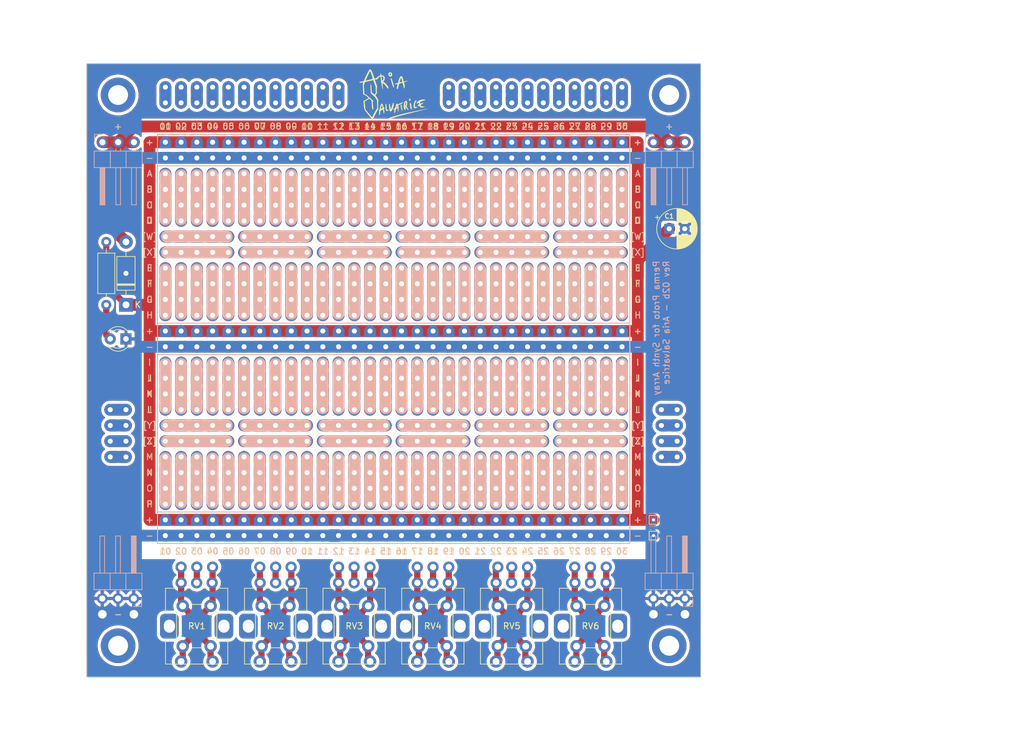
<source format=kicad_pcb>
(kicad_pcb (version 20220914) (generator pcbnew)
  (title_block (title "Perma Proto for Synth Array") (date "2022-10-04") (rev "02b") (company "Aria Salvatrice"))
  (layers (0 "F.Cu" signal) (31 "B.Cu" signal) (34 "B.Paste" user) (35 "F.Paste" user) (36 "B.SilkS" user "B.Silkscreen") (37 "F.SilkS" user "F.Silkscreen") (38 "B.Mask" user) (39 "F.Mask" user) (44 "Edge.Cuts" user))
  (net 0 "")
  (net 1 "+12V")
  (net 2 "GND")
  (net 3 "unconnected-(J1-Pad1)")
  (net 4 "unconnected-(J2-Pad1)")
  (net 5 "unconnected-(J3-Pad1)")
  (net 6 "unconnected-(J4-Pad1)")
  (net 7 "unconnected-(J6-Pad1)")
  (net 8 "unconnected-(J17-Pad1)")
  (net 9 "unconnected-(J18-Pad1)")
  (net 10 "unconnected-(J19-Pad1)")
  (net 11 "unconnected-(J20-Pad1)")
  (net 12 "unconnected-(J21-Pad1)")
  (net 13 "unconnected-(J22-Pad1)")
  (net 14 "unconnected-(J23-Pad1)")
  (net 15 "unconnected-(J24-Pad1)")
  (net 16 "unconnected-(J8-Pad1)")
  (net 17 "unconnected-(J10-Pad1)")
  (net 18 "unconnected-(J25-Pad1)")
  (net 19 "unconnected-(J26-Pad1)")
  (net 20 "unconnected-(J27-Pad1)")
  (net 21 "unconnected-(J28-Pad1)")
  (net 22 "unconnected-(J29-Pad1)")
  (net 23 "unconnected-(J30-Pad1)")
  (net 24 "unconnected-(J31-Pad1)")
  (net 25 "unconnected-(J32-Pad1)")
  (net 26 "unconnected-(J33-Pad1)")
  (net 27 "unconnected-(J34-Pad1)")
  (net 28 "unconnected-(J35-Pad1)")
  (net 29 "unconnected-(J36-Pad1)")
  (net 30 "unconnected-(J37-Pad1)")
  (net 31 "unconnected-(J38-Pad1)")
  (net 32 "unconnected-(J39-Pad1)")
  (net 33 "unconnected-(J40-Pad1)")
  (net 34 "unconnected-(J41-Pad1)")
  (net 35 "unconnected-(J42-Pad1)")
  (net 36 "unconnected-(J43-Pad1)")
  (net 37 "unconnected-(J44-Pad1)")
  (net 38 "unconnected-(J45-Pad1)")
  (net 39 "unconnected-(J46-Pad1)")
  (net 40 "unconnected-(J12-Pad1)")
  (net 41 "unconnected-(J14-Pad1)")
  (net 42 "unconnected-(J55-Pad1)")
  (net 43 "unconnected-(J16-Pad1)")
  (net 44 "unconnected-(J56-Pad1)")
  (net 45 "unconnected-(J57-Pad1)")
  (net 46 "unconnected-(J58-Pad1)")
  (net 47 "unconnected-(J47-Pad1)")
  (net 48 "unconnected-(J59-Pad1)")
  (net 49 "unconnected-(J48-Pad1)")
  (net 50 "unconnected-(J60-Pad1)")
  (net 51 "unconnected-(J49-Pad1)")
  (net 52 "unconnected-(J50-Pad1)")
  (net 53 "unconnected-(J51-Pad1)")
  (net 54 "unconnected-(J63-Pad1)")
  (net 55 "unconnected-(J64-Pad1)")
  (net 56 "unconnected-(J65-Pad1)")
  (net 57 "unconnected-(J66-Pad1)")
  (net 58 "unconnected-(J67-Pad1)")
  (net 59 "unconnected-(J68-Pad1)")
  (net 60 "unconnected-(J69-Pad1)")
  (net 61 "unconnected-(J70-Pad1)")
  (net 62 "unconnected-(J71-Pad1)")
  (net 63 "unconnected-(J72-Pad1)")
  (net 64 "unconnected-(J73-Pad1)")
  (net 65 "unconnected-(J74-Pad1)")
  (net 66 "unconnected-(J75-Pad1)")
  (net 67 "unconnected-(J76-Pad1)")
  (net 68 "unconnected-(J77-Pad1)")
  (net 69 "unconnected-(J78-Pad1)")
  (net 70 "unconnected-(J79-Pad1)")
  (net 71 "unconnected-(J80-Pad1)")
  (net 72 "unconnected-(J81-Pad1)")
  (net 73 "unconnected-(J82-Pad1)")
  (net 74 "unconnected-(J83-Pad1)")
  (net 75 "unconnected-(J84-Pad1)")
  (net 76 "unconnected-(J85-Pad1)")
  (net 77 "unconnected-(J86-Pad1)")
  (net 78 "unconnected-(J87-Pad1)")
  (net 79 "unconnected-(J88-Pad1)")
  (net 80 "unconnected-(J89-Pad1)")
  (net 81 "unconnected-(J90-Pad1)")
  (net 82 "unconnected-(J91-Pad1)")
  (net 83 "unconnected-(J92-Pad1)")
  (net 84 "unconnected-(J52-Pad1)")
  (net 85 "unconnected-(J97-Pad1)")
  (net 86 "unconnected-(J98-Pad1)")
  (net 87 "unconnected-(J99-Pad1)")
  (net 88 "unconnected-(J100-Pad1)")
  (net 89 "unconnected-(J101-Pad1)")
  (net 90 "unconnected-(J102-Pad1)")
  (net 91 "unconnected-(J103-Pad1)")
  (net 92 "unconnected-(J104-Pad1)")
  (net 93 "unconnected-(J105-Pad1)")
  (net 94 "unconnected-(J106-Pad1)")
  (net 95 "unconnected-(J107-Pad1)")
  (net 96 "unconnected-(J108-Pad1)")
  (net 97 "unconnected-(J109-Pad1)")
  (net 98 "unconnected-(J110-Pad1)")
  (net 99 "unconnected-(J111-Pad1)")
  (net 100 "unconnected-(J112-Pad1)")
  (net 101 "unconnected-(J113-Pad1)")
  (net 102 "unconnected-(J114-Pad1)")
  (net 103 "unconnected-(J115-Pad1)")
  (net 104 "unconnected-(J116-Pad1)")
  (net 105 "unconnected-(J117-Pad1)")
  (net 106 "unconnected-(J118-Pad1)")
  (net 107 "unconnected-(J119-Pad1)")
  (net 108 "unconnected-(J120-Pad1)")
  (net 109 "unconnected-(J121-Pad1)")
  (net 110 "unconnected-(J122-Pad1)")
  (net 111 "unconnected-(J123-Pad1)")
  (net 112 "unconnected-(J124-Pad1)")
  (net 113 "unconnected-(J125-Pad1)")
  (net 114 "unconnected-(J126-Pad1)")
  (net 115 "unconnected-(J127-Pad1)")
  (net 116 "unconnected-(J53-Pad1)")
  (net 117 "unconnected-(J128-Pad1)")
  (net 118 "unconnected-(J129-Pad1)")
  (net 119 "unconnected-(J54-Pad1)")
  (net 120 "unconnected-(J130-Pad1)")
  (net 121 "unconnected-(J61-Pad1)")
  (net 122 "unconnected-(J131-Pad1)")
  (net 123 "unconnected-(J62-Pad1)")
  (net 124 "unconnected-(J132-Pad1)")
  (net 125 "unconnected-(J135-Pad1)")
  (net 126 "unconnected-(J93-Pad1)")
  (net 127 "unconnected-(J94-Pad1)")
  (net 128 "unconnected-(J95-Pad1)")
  (net 129 "unconnected-(J96-Pad1)")
  (net 130 "unconnected-(J118-Pad2)")
  (net 131 "unconnected-(J119-Pad2)")
  (net 132 "unconnected-(J133-Pad1)")
  (net 133 "unconnected-(J134-Pad1)")
  (net 134 "/12V_Input")
  (net 135 "Net-(D2-A)")
  (net 136 "unconnected-(J5-Pad1)")
  (net 137 "unconnected-(J7-Pad1)")
  (net 138 "unconnected-(J9-Pad1)")
  (net 139 "unconnected-(J12-Pad2)")
  (net 140 "unconnected-(J14-Pad2)")
  (net 141 "unconnected-(J40-Pad2)")
  (net 142 "unconnected-(J41-Pad2)")
  (net 143 "unconnected-(J67-Pad2)")
  (net 144 "unconnected-(J68-Pad2)")
  (net 145 "unconnected-(J92-Pad2)")
  (net 146 "unconnected-(J93-Pad2)")
  (net 147 "unconnected-(J136-Pad1)")
  (net 148 "unconnected-(J137-Pad1)")
  (net 149 "unconnected-(J138-Pad1)")
  (net 150 "unconnected-(J139-Pad1)")
  (net 151 "unconnected-(J140-Pad1)")
  (net 152 "unconnected-(J141-Pad1)")
  (net 153 "unconnected-(J142-Pad1)")
  (net 154 "unconnected-(J143-Pad1)")
  (net 155 "unconnected-(J144-Pad1)")
  (net 156 "unconnected-(J144-Pad2)")
  (net 157 "unconnected-(J145-Pad1)")
  (net 158 "unconnected-(J145-Pad2)")
  (net 159 "unconnected-(J146-Pad1)")
  (net 160 "unconnected-(J147-Pad1)")
  (net 161 "unconnected-(J148-Pad1)")
  (net 162 "unconnected-(J149-Pad1)")
  (net 163 "unconnected-(J150-Pad1)")
  (net 164 "unconnected-(J151-Pad1)")
  (net 165 "unconnected-(J152-Pad1)")
  (net 166 "unconnected-(J153-Pad1)")
  (net 167 "unconnected-(J154-Pad1)")
  (net 168 "unconnected-(J155-Pad1)")
  (net 169 "unconnected-(J156-Pad1)")
  (net 170 "unconnected-(J157-Pad1)")
  (net 171 "unconnected-(J158-Pad1)")
  (net 172 "unconnected-(J159-Pad1)")
  (net 173 "unconnected-(J160-Pad1)")
  (net 174 "unconnected-(J161-Pad1)")
  (net 175 "unconnected-(J162-Pad1)")
  (net 176 "unconnected-(J163-Pad1)")
  (net 177 "unconnected-(J164-Pad1)")
  (net 178 "unconnected-(J165-Pad1)")
  (net 179 "unconnected-(J166-Pad1)")
  (net 180 "unconnected-(J167-Pad1)")
  (net 181 "Net-(J176-Pin_1)")
  (net 182 "Net-(J177-Pin_1)")
  (net 183 "Net-(J178-Pin_1)")
  (net 184 "Net-(J179-Pin_1)")
  (net 185 "Net-(J180-Pin_1)")
  (net 186 "Net-(J181-Pin_1)")
  (net 187 "Net-(J188-Pin_1)")
  (net 188 "Net-(J189-Pin_1)")
  (net 189 "Net-(J190-Pin_1)")
  (net 190 "Net-(J199-Pin_1)")
  (net 191 "Net-(J200-Pin_1)")
  (net 192 "Net-(J201-Pin_1)")
  (net 193 "Net-(J202-Pin_1)")
  (net 194 "Net-(J203-Pin_1)")
  (net 195 "Net-(J204-Pin_1)")
  (net 196 "Net-(J211-Pin_1)")
  (net 197 "Net-(J212-Pin_1)")
  (net 198 "Net-(J213-Pin_1)")
  (footprint "Protoboard:Connectable_Pad_Group_01x04" (layer "F.Cu") (at 165.1 48.26)
    (fp_text reference "J135" hide)
    (fp_text value "Connectable_Pad_Group_01x04")
  )
  (footprint "Protoboard:Connectable_Pad_Group_01x02" (layer "F.Cu") (at 97.79 93.98 -90)
    (fp_text reference "J4" hide)
    (fp_text value "Connectable_Pad_Group_01x02")
  )
  (footprint "TestPoint:TestPoint_THTPad_1.0x1.0mm_Drill0.5mm" (layer "F.Cu") (at 182.88 104.14)
    (fp_text reference "TP1" hide)
    (fp_text value "TestPoint")
  )
  (footprint "Protoboard:Connectable_Pad_Group_02x05" (layer "F.Cu") (at 142.24 88.9)
    (fp_text reference "J93" hide)
    (fp_text value "~")
  )
  (footprint "Protoboard:Connectable_Pad_Group_01x04" (layer "F.Cu") (at 121.92 93.98)
    (fp_text reference "J51" hide)
    (fp_text value "Connectable_Pad_Group_01x04" hide)
  )
  (footprint "Protoboard:Connectable_Pad_Group_01x02" (layer "F.Cu") (at 152.4 34.29)
    (fp_text reference "J91" hide)
    (fp_text value "Connectable_Pad_Group_01x02")
  )
  (footprint "LED_THT:LED_D3.0mm" (layer "F.Cu") (at 97.79 74.93 180)
    (fp_text reference "D2" hide)
    (fp_text value "LED")
  )
  (footprint "Protoboard:Connectable_Pad_Group_01x04" (layer "F.Cu") (at 144.78 48.26)
    (fp_text reference "J94" hide)
    (fp_text value "Connectable_Pad_Group_01x04")
  )
  (footprint "Protoboard:Connectable_Pad_Group_01x04" (layer "F.Cu") (at 157.48 63.5)
    (fp_text reference "J121" hide)
    (fp_text value "Connectable_Pad_Group_01x04")
  )
  (footprint "Protoboard:Connectable_Pad_Group_01x02" (layer "F.Cu") (at 132.08 34.29)
    (fp_text reference "J73" hide)
    (fp_text value "Connectable_Pad_Group_01x02")
  )
  (footprint "Diode_THT:D_DO-41_SOD81_P10.16mm_Horizontal" (layer "F.Cu") (at 97.79 69.432818 90)
    (fp_text reference "D1" hide)
    (fp_text value "1N5817")
  )
  (footprint "Protoboard:Connectable_Pad_Group_01x04" (layer "F.Cu") (at 172.72 78.74)
    (fp_text reference "J157" hide)
    (fp_text value "Connectable_Pad_Group_01x04")
  )
  (footprint "Protoboard:Connectable_Pad_Group_01x02" (layer "F.Cu") (at 186.69 88.9 -90)
    (fp_text reference "J152" hide)
    (fp_text value "Connectable_Pad_Group_01x02")
  )
  (footprint "ao_tht:Perf_Board_Hole" (layer "F.Cu") (at 111.76 127)
    (fp_text reference "J182" hide)
    (fp_text value "Conn_01x01" hide)
  )
  (footprint "Protoboard:Connectable_Pad_Group_01x02" (layer "F.Cu") (at 97.79 88.9 -90)
    (fp_text reference "J2" hide)
    (fp_text value "Connectable_Pad_Group_01x02")
  )
  (footprint "Protoboard:Connectable_Pad_Group_01x04" (layer "F.Cu") (at 170.18 93.98)
    (fp_text reference "J150" hide)
    (fp_text value "Connectable_Pad_Group_01x04" hide)
  )
  (footprint "Protoboard:Connectable_Pad_Group_01x04" (layer "F.Cu") (at 104.14 63.5)
    (fp_text reference "J8" hide)
    (fp_text value "Connectable_Pad_Group_01x04")
  )
  (footprint "Protoboard:Connectable_Pad_Group_01x04" (layer "F.Cu") (at 175.26 93.98)
    (fp_text reference "J163" hide)
    (fp_text value "Connectable_Pad_Group_01x04")
  )
  (footprint "Protoboard:Connectable_Pad_Group_02x05" (layer "F.Cu") (at 129.54 88.9)
    (fp_text reference "J68" hide)
    (fp_text value "~")
  )
  (footprint "Protoboard:Connectable_Pad_Group_01x02" (layer "F.Cu") (at 116.84 34.29)
    (fp_text reference "J35" hide)
    (fp_text value "Connectable_Pad_Group_01x02")
  )
  (footprint "Protoboard:Connectable_Pad_Group_01x04" (layer "F.Cu") (at 149.86 63.5)
    (fp_text reference "J105" hide)
    (fp_text value "Connectable_Pad_Group_01x04" hide)
  )
  (footprint "Protoboard:Connectable_Pad_Group_01x04" (layer "F.Cu") (at 104.14 93.98)
    (fp_text reference "J10" hide)
    (fp_text value "Connectable_Pad_Group_01x04")
  )
  (footprint "Protoboard:Connectable_Pad_Group_01x02" (layer "F.Cu") (at 124.46 34.29)
    (fp_text reference "J56" hide)
    (fp_text value "Connectable_Pad_Group_01x02")
  )
  (footprint "Protoboard:Connectable_Pad_Group_01x04" (layer "F.Cu") (at 119.38 78.74)
    (fp_text reference "J45" hide)
    (fp_text value "Connectable_Pad_Group_01x04")
  )
  (footprint "Protoboard:Connectable_Pad_Group_01x04" (layer "F.Cu") (at 172.72 93.98)
    (fp_text reference "J158" hide)
    (fp_text value "Connectable_Pad_Group_01x04")
  )
  (footprint "ao_tht:Perf_Board_Hole" (layer "F.Cu") (at 132.08 127)
    (fp_text reference "J187" hide)
    (fp_text value "Conn_01x01" hide)
  )
  (footprint "Protoboard:Connectable_Pad_Group_01x04" (layer "F.Cu") (at 119.38 93.98)
    (fp_text reference "J46" hide)
    (fp_text value "Connectable_Pad_Group_01x04" hide)
  )
  (footprint "Protoboard:Connectable_Pad_Group_01x04" (layer "F.Cu") (at 129.54 93.98)
    (fp_text reference "J66" hide)
    (fp_text value "Connectable_Pad_Group_01x04" hide)
  )
  (footprint "Button_Switch_THT:SW_PUSH_6mm" (layer "F.Cu") (at 119.67 124.535 90)
    (fp_text reference "SW5" hide)
    (fp_text value "SW_Push_Dual")
  )
  (footprint "ao_tht:Perf_Board_Hole" (layer "F.Cu") (at 162.56 111.76)
    (fp_text reference "J201" hide)
    (fp_text value "Conn_01x01" hide)
  )
  (footprint "Protoboard:Connectable_Pad_Group_01x04" (layer "F.Cu") (at 111.76 93.98)
    (fp_text reference "J29" hide)
    (fp_text value "Connectable_Pad_Group_01x04")
  )
  (footprint "Protoboard:Connectable_Pad_Group_01x04" (layer "F.Cu") (at 127 63.5)
    (fp_text reference "J58" hide)
    (fp_text value "Connectable_Pad_Group_01x04")
  )
  (footprint "Protoboard:Connectable_Pad_Group_02x05" (layer "F.Cu") (at 104.14 58.42)
    (fp_text reference "J12" hide)
    (fp_text value "~")
  )
  (footprint "MountingHole:MountingHole_3.2mm_M3_DIN965_Pad" (layer "F.Cu") (at 96.52 124.46)
    (fp_text reference "REF**" hide)
    (fp_text value "MountingHole_3.2mm_M3_DIN965_Pad")
  )
  (footprint "Resistor_THT:R_Axial_DIN0207_L6.3mm_D2.5mm_P10.16mm_Horizontal" (layer "F.Cu") (at 94.615 69.432818 90)
    (fp_text reference "R1" hide)
    (fp_text value "4K7" hide)
  )
  (footprint "Protoboard:Connectable_Pad_Group_01x02" (layer "F.Cu") (at 175.26 34.29)
    (fp_text reference "J146" hide)
    (fp_text value "Connectable_Pad_Group_01x02")
  )
  (footprint "MountingHole:MountingHole_3.2mm_M3_DIN965_Pad" (layer "F.Cu") (at 185.42 35.56)
    (fp_text reference "REF**" hide)
    (fp_text value "MountingHole_3.2mm_M3_DIN965_Pad")
  )
  (footprint "Protoboard:Connectable_Pad_Group_01x02" (layer "F.Cu") (at 177.8 34.29)
    (fp_text reference "J159" hide)
    (fp_text value "Connectable_Pad_Group_01x02")
  )
  (footprint "Protoboard:Connectable_Pad_Group_01x04" (layer "F.Cu") (at 106.68 48.26)
    (fp_text reference "J17" hide)
    (fp_text value "Connectable_Pad_Group_01x04")
  )
  (footprint "Protoboard:Connectable_Pad_Group_01x04" (layer "F.Cu") (at 162.56 78.74)
    (fp_text reference "J132" hide)
    (fp_text value "Connectable_Pad_Group_01x04")
  )
  (footprint "Protoboard:Connectable_Pad_Group_01x04" (layer "F.Cu") (at 137.16 48.26)
    (fp_text reference "J78" hide)
    (fp_text value "Connectable_Pad_Group_01x04")
  )
  (footprint "Protoboard:Connectable_Pad_Group_01x04" (layer "F.Cu") (at 137.16 63.5)
    (fp_text reference "J79" hide)
    (fp_text value "Connectable_Pad_Group_01x04" hide)
  )
  (footprint "Protoboard:Connectable_Pad_Group_02x05" (layer "F.Cu") (at 154.94 88.9)
    (fp_text reference "J119" hide)
    (fp_text value "~")
  )
  (footprint "Protoboard:Connectable_Pad_Group_01x04" (layer "F.Cu") (at 124.46 48.26)
    (fp_text reference "J52" hide)
    (fp_text value "Connectable_Pad_Group_01x04")
  )
  (footprint "Protoboard:Connectable_Pad_Group_01x04" (layer "F.Cu") (at 167.64 78.74)
    (fp_text reference "J142" hide)
    (fp_text value "Connectable_Pad_Group_01x04")
  )
  (footprint "Protoboard:Connectable_Pad_Group_01x04" (layer "F.Cu") (at 111.76 48.26)
    (fp_text reference "J26" hide)
    (fp_text value "Connectable_Pad_Group_01x04")
  )
  (footprint "TestPoint:TestPoint_THTPad_1.0x1.0mm_Drill0.5mm" (layer "F.Cu") (at 182.88 106.68)
    (fp_text reference "TP2" hide)
    (fp_text value "TestPoint")
  )
  (footprint "Protoboard:Connectable_Pad_Group_01x04" (layer "F.Cu") (at 119.38 63.5)
    (fp_text reference "J44" hide)
    (fp_text value "Connectable_Pad_Group_01x04")
  )
  (footprint "Protoboard:Connectable_Pad_Group_01x04" (layer "F.Cu") (at 149.86 93.98)
    (fp_text reference "J107" hide)
    (fp_text value "Connectable_Pad_Group_01x04")
  )
  (footprint "Protoboard:Connectable_Pad_Group_01x04" (layer "F.Cu") (at 177.8 48.26)
    (fp_text reference "J164" hide)
    (fp_text value "Connectable_Pad_Group_01x04")
  )
  (footprint "Protoboard:Connectable_Pad_Group_01x04" (layer "F.Cu") (at 116.84 93.98)
    (fp_text reference "J39" hide)
    (fp_text value "Connectable_Pad_Group_01x04")
  )
  (footprint "Protoboard:Connectable_Pad_Group_01x02" (layer "F.Cu") (at 111.76 34.29)
    (fp_text reference "J25" hide)
    (fp_text value "Connectable_Pad_Group_01x02")
  )
  (footprint "ao_tht:Perf_Board_Hole" (layer "F.Cu") (at 109.22 111.76)
    (fp_text reference "J188" hide)
    (fp_text value "Conn_01x01" hide)
  )
  (footprint "Protoboard:Connectable_Pad_Group_01x04" (layer "F.Cu") (at 154.94 63.5)
    (fp_text reference "J115" hide)
    (fp_text value "Connectable_Pad_Group_01x04" hide)
  )
  (footprint "Protoboard:Connectable_Pad_Group_01x02" (layer "F.Cu") (at 170.18 34.29)
    (fp_text reference "J134" hide)
    (fp_text value "Connectable_Pad_Group_01x02")
  )
  (footprint "ao_tht:Perf_Board_Hole" (layer "F.Cu") (at 124.43 111.76)
    (fp_text reference "J178" hide)
    (fp_text value "Conn_01x01" hide)
  )
  (footprint "Protoboard:Connectable_Pad_Group_01x04" (layer "F.Cu") (at 119.38 48.26)
    (fp_text reference "J43" hide)
    (fp_text value "Connectable_Pad_Group_01x04")
  )
  (footprint "Protoboard:Connectable_Pad_Group_01x02" (layer "F.Cu") (at 97.79 86.36 -90)
    (fp_text reference "J1" hide)
    (fp_text value "Connectable_Pad_Group_01x02")
  )
  (footprint "Protoboard:Connectable_Pad_Group_01x04" (layer "F.Cu") (at 167.64 48.26)
    (fp_text reference "J140" hide)
    (fp_text value "Connectable_Pad_Group_01x04")
  )
  (footprint "Protoboard:Power_Rail_30" (layer "F.Cu") (at 104.14 104.14)
    (fp_text reference "J15" hide)
    (fp_text value "Power_Rail_30")
  )
  (footprint "Button_Switch_THT:SW_PUSH_6mm" (layer "F.Cu") (at 170.47 124.535 90)
    (fp_text reference "SW12" hide)
    (fp_text value "SW_Push_Dual")
  )
  (footprint "Protoboard:Connectable_Pad_Group_01x04" (layer "F.Cu") (at 116.84 63.5)
    (fp_text reference "J37" hide)
    (fp_text value "Connectable_Pad_Group_01x04")
  )
  (footprint "Protoboard:Connectable_Pad_Group_01x04" (layer "F.Cu") (at 149.86 48.26)
    (fp_text reference "J104" hide)
    (fp_text value "Connectable_Pad_Group_01x04")
  )
  (footprint "Protoboard:Connectable_Pad_Group_01x04" (layer "F.Cu") (at 154.94 48.26)
    (fp_text reference "J114" hide)
    (fp_text value "Connectable_Pad_Group_01x04")
  )
  (footprint "ao_tht:Perf_Board_Hole" (layer "F.Cu") (at 160.02 111.76)
    (fp_text reference "J212" hide)
    (fp_text value "Conn_01x01" hide)
  )
  (footprint "Potentiometer_THT:Potentiometer_Alps_RK09K_Single_Vertical" (layer "F.Cu") (at 111.69 114.3 -90)
    (fp_text reference "RV1")
    (fp_text value "R_Potentiometer_MountingPin")
  )
  (footprint "Potentiometer_THT:Potentiometer_Alps_RK09K_Single_Vertical" (layer "F.Cu") (at 149.79 114.3 -90)
    (fp_text reference "RV4")
    (fp_text value "R_Potentiometer_MountingPin")
  )
  (footprint "Protoboard:Connectable_Pad_Group_01x04" (layer "F.Cu") (at 116.84 78.74)
    (fp_text reference "J38" hide)
    (fp_text value "Connectable_Pad_Group_01x04")
  )
  (footprint "ao_tht:Perf_Board_Hole" (layer "F.Cu") (at 134.59 111.76)
    (fp_text reference "J190" hide)
    (fp_text value "Conn_01x01" hide)
  )
  (footprint "Protoboard:Connectable_Pad_Group_01x04" (layer "F.Cu") (at 124.46 93.98)
    (fp_text reference "J55" hide)
    (fp_text value "Connectable_Pad_Group_01x04" hide)
  )
  (footprint "ao_tht:Perf_Board_Hole" (layer "F.Cu") (at 111.76 111.76)
    (fp_text reference "J176" hide)
    (fp_text value "Conn_01x01" hide)
  )
  (footprint "Protoboard:Connectable_Pad_Group_01x04" (layer "F.Cu") (at 139.7 48.26)
    (fp_text reference "J82" hide)
    (fp_text value "Connectable_Pad_Group_01x04")
  )
  (footprint "Protoboard:Connectable_Pad_Group_01x04" (layer "F.Cu") (at 162.56 93.98)
    (fp_text reference "J133" hide)
    (fp_text value "Connectable_Pad_Group_01x04")
  )
  (footprint "Protoboard:Connectable_Pad_Group_01x04" (layer "F.Cu") (at 144.78 78.74)
    (fp_text reference "J96" hide)
    (fp_text value "Connectable_Pad_Group_01x04")
  )
  (footprint "Protoboard:Connectable_Pad_Group_01x04" (layer "F.Cu") (at 111.76 63.5)
    (fp_text reference "J27" hide)
    (fp_text value "Connectable_Pad_Group_01x04")
  )
  (footprint "Protoboard:Connectable_Pad_Group_01x04" (layer "F.Cu") (at 147.32 93.98)
    (fp_text reference "J102" hide)
    (fp_text value "Connectable_Pad_Group_01x04")
  )
  (footprint "ao_tht:Perf_Board_Hole" (layer "F.Cu") (at 157.77 111.76)
    (fp_text reference "J202" hide)
    (fp_text value "Conn_01x01" hide)
  )
  (footprint "Protoboard:Connectable_Pad_Group_01x04" (layer "F.Cu") (at 160.02 93.98)
    (fp_text reference "J128" hide)
    (fp_text value "Connectable_Pad_Group_01x04")
  )
  (footprint "ao_tht:Perf_Board_Hole" (layer "F.Cu") (at 175.26 127)
    (fp_text reference "J209" hide)
    (fp_text value "Conn_01x01" hide)
  )
  (footprint "Protoboard:Connectable_Pad_Group_01x04" (layer "F.Cu") (at 162.56 48.26)
    (fp_text reference "J130" hide)
    (fp_text value "Connectable_Pad_Group_01x04")
  )
  (footprint "Protoboard:Connectable_Pad_Group_02x05" (layer "F.Cu") (at 167.64 88.9)
    (fp_text reference "J145" hide)
    (fp_text value "~")
  )
  (footprint "Protoboard:Connectable_Pad_Group_01x02" (layer "F.Cu") (at 157.48 34.29)
    (fp_text reference "J103" hide)
    (fp_text value "Connectable_Pad_Group_01x02")
  )
  (footprint "Potentiometer_THT:Potentiometer_Alps_RK09K_Single_Vertical" (layer "F.Cu") (at 175.22 114.3 -90)
    (fp_text reference "RV6")
    (fp_text value "R_Potentiometer_MountingPin")
  )
  (footprint "Protoboard:Connectable_Pad_Group_01x02" (layer "F.Cu") (at 129.54 34.29)
    (fp_text reference "J62" hide)
    (fp_text value "Connectable_Pad_Group_01x02")
  )
  (footprint "Potentiometer_THT:Potentiometer_Alps_RK09K_Single_Vertical" (layer "F.Cu") (at 124.43 114.3 -90)
    (fp_text reference "RV2")
    (fp_text value "R_Potentiometer_MountingPin")
  )
  (footprint "Protoboard:Connectable_Pad_Group_01x04" (layer "F.Cu") (at 175.26 63.5)
    (fp_text reference "J161" hide)
    (fp_text value "Connectable_Pad_Group_01x04")
  )
  (footprint "Protoboard:Connectable_Pad_Group_01x04" (layer "F.Cu") (at 165.1 63.5)
    (fp_text reference "J136" hide)
    (fp_text value "Connectable_Pad_Group_01x04" hide)
  )
  (footprint "Protoboard:Power_Rail_30" (layer "F.Cu") (at 104.14 73.66)
    (fp_text reference "J13" hide)
    (fp_text value "Power_Rail_30")
  )
  (footprint "Protoboard:Connectable_Pad_Group_01x04" (layer "F.Cu") (at 121.92 78.74)
    (fp_text reference "J50" hide)
    (fp_text value "Connectable_Pad_Group_01x04")
  )
  (footprint "Protoboard:Connectable_Pad_Group_01x04" (layer "F.Cu") (at 109.22 93.98)
    (fp_text reference "J24" hide)
    (fp_text value "Connectable_Pad_Group_01x04")
  )
  (footprint "Protoboard:Connectable_Pad_Group_01x04" (layer "F.Cu") (at 137.16 78.74)
    (fp_text reference "J80" hide)
    (fp_text value "Connectable_Pad_Group_01x04")
  )
  (footprint "ao_tht:Perf_Board_Hole" (layer "F.Cu") (at 170.18 111.76)
    (fp_text reference "J204" hide)
    (fp_text value "Conn_01x01" hide)
  )
  (footprint "Protoboard:Connectable_Pad_Group_01x04" (layer "F.Cu") (at 114.3 78.74)
    (fp_text reference "J33" hide)
    (fp_text value "Connectable_Pad_Group_01x04")
  )
  (footprint "ao_tht:Perf_Board_Hole" (layer "F.Cu") (at 157.48 127)
    (fp_text reference "J208" hide)
    (fp_text value "Conn_01x01" hide)
  )
  (footprint "Protoboard:Connectable_Pad_Group_01x04" (layer "F.Cu") (at 157.48 78.74)
    (fp_text reference "J122" hide)
    (fp_text value "Connectable_Pad_Group_01x04")
  )
  (footprint "ao_tht:Perf_Board_Hole" (layer "F.Cu") (at 149.86 111.76)
    (fp_text reference "J199" hide)
    (fp_text value "Conn_01x01" hide)
  )
  (footprint "Protoboard:Connectable_Pad_Group_01x04" (layer "F.Cu") (at 167.64 93.98)
    (fp_text reference "J143" hide)
    (fp_text value "Connectable_Pad_Group_01x04" hide)
  )
  (footprint "Protoboard:Connectable_Pad_Group_01x02" (layer "F.Cu") (at 97.79 91.44 -90)
    (fp_text reference "J3" hide)
    (fp_text value "Connectable_Pad_Group_01x02")
  )
  (footprint "Protoboard:Connectable_Pad_Group_01x04" (layer "F.Cu") (at 160.02 78.74)
    (fp_text reference "J127" hide)
    (fp_text value "Connectable_Pad_Group_01x04")
  )
  (footprint "Protoboard:Connectable_Pad_Group_01x04" (layer "F.Cu") (at 104.14 48.26)
    (fp_text reference "J7" hide)
    (fp_text value "Connectable_Pad_Group_01x04")
  )
  (footprint "Protoboard:Connectable_Pad_Group_01x02" (layer "F.Cu") (at 149.86 34.29)
    (fp_text reference "J86" hide)
    (fp_text value "Connectable_Pad_Group_01x02")
  )
  (footprint "Protoboard:Connectable_Pad_Group_01x04" (layer "F.Cu") (at 109.22 48.26)
    (fp_text reference "J21" hide)
    (fp_text value "Connectable_Pad_Group_01x04")
  )
  (footprint "ao_tht:Perf_Board_Hole" (layer "F.Cu") (at 137.16 111.76)
    (fp_text reference "J180" hide)
    (fp_text value "Conn_01x01" hide)
  )
  (footprint "Protoboard:Connectable_Pad_Group_01x04" (layer "F.Cu") (at 121.92 63.5)
    (fp_text reference "J49" hide)
    (fp_text value "Connectable_Pad_Group_01x04")
  )
  (footprint "Protoboard:Connectable_Pad_Group_01x04" (layer "F.Cu") (at 160.02 63.5)
    (fp_text reference "J126" hide)
    (fp_text value "Connectable_Pad_Group_01x04")
  )
  (footprint "Protoboard:Connectable_Pad_Group_01x04" (layer "F.Cu") (at 175.26 48.26)
    (fp_text reference "J160" hide)
    (fp_text value "Connectable_Pad_Group_01x04" hide)
  )
  (footprint "Protoboard:Connectable_Pad_Group_01x04" (layer "F.Cu") (at 144.78 63.5)
    (fp_text reference "J95" hide)
    (fp_text value "Connectable_Pad_Group_01x04" hide)
  )
  (footprint "Protoboard:Power_Rail_30" (layer "F.Cu") (at 104.14 43.18)
    (fp_text reference "J11" hide)
    (fp_text value "Power_Rail_30")
  )
  (footprint "Protoboard:Connectable_Pad_Group_01x04" (layer "F.Cu") (at 132.08 93.98)
    (fp_text reference "J72" hide)
    (fp_text value "Connectable_Pad_Group_01x04" hide)
  )
  (footprint "Protoboard:Connectable_Pad_Group_01x02" (layer "F.Cu") (at 165.1 34.29)
    (fp_text reference "J124" hide)
    (fp_text value "Connectable_Pad_Group_01x02")
  )
  (footprint "Protoboard:Connectable_Pad_Group_01x04" (layer "F.Cu") (at 162.56 63.5)
    (fp_text reference "J131" hide)
    (fp_text value "Connectable_Pad_Group_01x04" hide)
  )
  (footprint "Protoboard:Connectable_Pad_Group_01x04" (layer "F.Cu") (at 132.08 63.5)
    (fp_text reference "J70" hide)
    (fp_text value "Connectable_Pad_Group_01x04")
  )
  (footprint "Protoboard:Connectable_Pad_Group_01x04" (layer "F.Cu") (at 147.32 78.74)
    (fp_text reference "J101" hide)
    (fp_text value "Connectable_Pad_Group_01x04")
  )
  (footprint "Protoboard:Connectable_Pad_Group_01x04" (layer "F.Cu") (at 175.26 78.74)
    (fp_text reference "J162" hide)
    (fp_text value "Connectable_Pad_Group_01x04")
  )
  (footprint "Button_Switch_THT:SW_PUSH_6mm" (layer "F.Cu") (at 132.37 124.535 90)
    (fp_text reference "SW6" hide)
    (fp_text value "SW_Push_Dual")
  )
  (footprint "ao_tht:Perf_Board_Hole" (layer "F.Cu") (at 119.38 127)
    (fp_text reference "J185" hide)
    (fp_text value "Conn_01x01" hide)
  )
  (footprint "Protoboard:Connectable_Pad_Group_01x04" (layer "F.Cu") (at 154.94 93.98)
    (fp_text reference "J117" hide)
    (fp_text value "Connectable_Pad_Group_01x04")
  )
  (footprint "LOGO" (layer "F.Cu") (at 140.97 35.56)
    (fp_text reference "G***" hide)
    (fp_text value "LOGO" hide)
  )
  (footprint "Protoboard:Connectable_Pad_Group_01x04" (layer "F.Cu") (at 127 78.74)
    (fp_text reference "J59" hide)
    (fp_text value "Connectable_Pad_Group_01x04")
  )
  (footprint "Protoboard:Connectable_Pad_Group_01x04" (layer "F.Cu") (at 109.22 78.74)
    (fp_text reference "J23" hide)
    (fp_text value "Connectable_Pad_Group_01x04")
  )
  (footprint "Protoboard:Connectable_Pad_Group_01x04" (layer "F.Cu") (at 129.54 48.26)
    (fp_text reference "J63" hide)
    (fp_text value "Connectable_Pad_Group_01x04")
  )
  (footprint "Button_Switch_THT:SW_PUSH_6mm" (layer "F.Cu") (at 157.77 124.535 90)
    (fp_text reference "SW11" hide)
    (fp_text value "SW_Push_Dual")
  )
  (footprint "ao_tht:Perf_Board_Hole" (layer "F.Cu") (at 144.78 127)
    (fp_text reference "J206" hide)
    (fp_text value "Conn_01x01" hide)
  )
  (footprint "Protoboard:Connectable_Pad_Group_01x04" (layer "F.Cu") (at 124.46 63.5)
    (fp_text reference "J53" hide)
    (fp_text value "Connectable_Pad_Group_01x04")
  )
  (footprint "Protoboard:Connectable_Pad_Group_02x05" (layer "F.Cu") (at 104.14 88.9)
    (fp_text reference "J14" hide)
    (fp_text value "~")
  )
  (footprint "ao_tht:Perf_Board_Hole" (layer "F.Cu") (at 175.26 111.76)
    (fp_text reference "J203" hide)
    (fp_text value "Conn_01x01" hide)
  )
  (footprint "Protoboard:Connectable_Pad_Group_01x04" (layer "F.Cu") (at 152.4 63.5)
    (fp_text reference "J109" hide)
    (fp_text value "Connectable_Pad_Group_01x04" hide)
  )
  (footprint "ao_tht:Perf_Board_Hole" (layer "F.Cu") (at 172.72 111.76)
    (fp_text reference "J213" hide)
    (fp_text value "Conn_01x01" hide)
  )
  (footprint "ao_tht:Perf_Board_Hole" (layer "F.Cu") (at 124.46 127)
    (fp_text reference "J184" hide)
    (fp_text value "Conn_01x01" hide)
  )
  (footprint "Protoboard:Connectable_Pad_Group_01x02" (layer "F.Cu") (at 186.69 86.36 -90)
    (fp_text reference "J151" hide)
    (fp_text value "Connectable_Pad_Group_01x02")
  )
  (footprint "Protoboard:Connectable_Pad_Group_01x04" (layer "F.Cu") (at 157.48 48.26)
    (fp_text reference "J120" hide)
    (fp_text value "Connectable_Pad_Group_01x04")
  )
  (footprint "Protoboard:Connectable_Pad_Group_01x04" (layer "F.Cu") (at 147.32 63.5)
    (fp_text reference "J100" hide)
    (fp_text value "Connectable_Pad_Group_01x04" hide)
  )
  (footprint "Protoboard:Connectable_Pad_Group_01x04" (layer "F.Cu") (at 124.46 78.74)
    (fp_text reference "J54" hide)
    (fp_text value "Connectable_Pad_Group_01x04")
  )
  (footprint "ao_tht:Perf_Board_Hole" (layer "F.Cu") (at 144.78 111.76)
    (fp_text reference "J200" hide)
    (fp_text value "Conn_01x01" hide)
  )
  (footprint "Protoboard:Connectable_Pad_Group_01x04" (layer "F.Cu") (at 134.62 63.5)
    (fp_text reference "J75" hide)
    (fp_text value "Connectable_Pad_Group_01x04" hide)
  )
  (footprint "Protoboard:Connectable_Pad_Group_01x04" (layer "F.Cu") (at 132.08 78.74)
    (fp_text reference "J71" hide)
    (fp_text value "Connectable_Pad_Group_01x04")
  )
  (footprint "Protoboard:Connectable_Pad_Group_01x04" (layer "F.Cu") (at 127 93.98)
    (fp_text reference "J60" hide)
    (fp_text value "Connectable_Pad_Group_01x04" hide)
  )
  (footprint "ao_tht:Perf_Board_Hole" (layer "F.Cu") (at 106.68 111.76)
    (fp_text reference "J177" hide)
    (fp_text value "Conn_01x01" hide)
  )
  (footprint "Protoboard:Connectable_Pad_Group_01x04" (layer "F.Cu") (at 152.4 93.98)
    (fp_text reference "J111" hide)
    (fp_text value "Connectable_Pad_Group_01x04")
  )
  (footprint "Protoboard:Connectable_Pad_Group_01x04" (layer "F.Cu") (at 109.22 63.5)
    (fp_text reference "J22" hide)
    (fp_text value "Connectable_Pad_Group_01x04")
  )
  (footprint "Protoboard:Connectable_Pad_Group_01x04" (layer "F.Cu") (at 165.1 78.74)
    (fp_text reference "J137" hide)
    (fp_text value "Connectable_Pad_Group_01x04")
  )
  (footprint "Protoboard:Connectable_Pad_Group_01x04" (layer "F.Cu") (at 172.72 63.5)
    (fp_text reference "J156" hide)
    (fp_text value "Connectable_Pad_Group_01x04")
  )
  (footprint "Protoboard:Connectable_Pad_Group_01x02" (layer "F.Cu") (at 114.3 34.29)
    (fp_text reference "J30" hide)
    (fp_text value "Connectable_Pad_Group_01x02")
  )
  (footprint "Protoboard:Connectable_Pad_Group_01x04" (layer "F.Cu") (at 142.24 63.5)
    (fp_text reference "J88" hide)
    (fp_text value "Connectable_Pad_Group_01x04" hide)
  )
  (footprint "Protoboard:Connectable_Pad_Group_01x02" (layer "F.Cu") (at 186.69 93.98 -90)
    (fp_text reference "J154" hide)
    (fp_text value "Connectable_Pad_Group_01x02")
  )
  (footprint "Protoboard:Connectable_Pad_Group_02x05" (layer "F.Cu") (at 167.64 58.42)
    (fp_text reference "J144" hide)
    (fp_text value "~")
  )
  (footprint "Protoboard:Connectable_Pad_Group_01x04" (layer "F.Cu") (at 149.86 78.74)
    (fp_text reference "J106" hide)
    (fp_text value "Connectable_Pad_Group_01x04")
  )
  (footprint "Protoboard:Connectable_Pad_Group_01x04" (layer "F.Cu") (at 121.92 48.26)
    (fp_text reference "J48" hide)
    (fp_text value "Connectable_Pad_Group_01x04")
  )
  (footprint "Protoboard:Connectable_Pad_Group_01x04" (layer "F.Cu") (at 139.7 93.98)
    (fp_text reference "J85" hide)
    (fp_text value "Connectable_Pad_Group_01x04" hide)
  )
  (footprint "Potentiometer_THT:Potentiometer_Alps_RK09K_Single_Vertical" (layer "F.Cu") (at 137.09 114.3 -90)
    (fp_text reference "RV3")
    (fp_text value "R_Potentiometer_MountingPin")
  )
  (footprint "Protoboard:Connectable_Pad_Group_01x02" (layer "F.Cu") (at 106.68 34.29)
    (fp_text reference "J6" hide)
    (fp_text value "Connectable_Pad_Group_01x02")
  )
  (footprint "Protoboard:Connectable_Pad_Group_01x04" (layer "F.Cu") (at 165.1 93.98)
    (fp_text reference "J138" hide)
    (fp_text value "Connectable_Pad_Group_01x04" hide)
  )
  (footprint "Protoboard:Connectable_Pad_Group_01x02" (layer "F.Cu") (at 119.38 34.29)
    (fp_text reference "J42" hide)
    (fp_text value "Connectable_Pad_Group_01x02")
  )
  (footprint "Protoboard:Connectable_Pad_Group_01x04" (layer "F.Cu") (at 177.8 78.74)
    (fp_text reference "J166" hide)
    (fp_text value "Connectable_Pad_Group_01x04")
  )
  (footprint "Protoboard:Connectable_Pad_Group_01x04" (layer "F.Cu") (at 106.68 78.74)
    (fp_text reference "J19" hide)
    (fp_text value "Connectable_Pad_Group_01x04")
  )
  (footprint "Protoboard:Connectable_Pad_Group_01x04" (layer "F.Cu") (at 142.24 48.26)
    (fp_text reference "J87" hide)
    (fp_text value "Connectable_Pad_Group_01x04")
  )
  (footprint "Protoboard:Connectable_Pad_Group_01x04" (layer "F.Cu") (at 114.3 63.5)
    (fp_text reference "J32" hide)
    (fp_text value "Connectable_Pad_Group_01x04")
  )
  (footprint "Protoboard:Connectable_Pad_Group_01x04" (layer "F.Cu") (at 154.94 78.74)
    (fp_text reference "J116" hide)
    (fp_text value "Connectable_Pad_Group_01x04")
  )
  (footprint "Protoboard:Connectable_Pad_Group_01x04" (layer "F.Cu") (at 129.54 63.5)
    (fp_text reference "J64" hide)
    (fp_text value "Connectable_Pad_Group_01x04")
  )
  (footprint "Protoboard:Connectable_Pad_Group_01x04" (layer "F.Cu") (at 111.76 78.74)
    (fp_text reference "J28" hide)
    (fp_text value "Connectable_Pad_Group_01x04")
  )
  (footprint "Protoboard:Connectable_Pad_Group_01x04" (layer "F.Cu") (at 144.78 93.98)
    (fp_text reference "J97" hide)
    (fp_text value "Connectable_Pad_Group_01x04" hide)
  )
  (footprint "Protoboard:Connectable_Pad_Group_01x04" (layer "F.Cu") (at 152.4 78.74)
    (fp_text reference "J110" hide)
    (fp_text value "Connectable_Pad_Group_01x04")
  )
  (footprint "Protoboard:Connectable_Pad_Group_01x04" (layer "F.Cu") (at 134.62 78.74)
    (fp_text reference "J76" hide)
    (fp_text value "Connectable_Pad_Group_01x04")
  )
  (footprint "Protoboard:Connectable_Pad_Group_01x04" (layer "F.Cu") (at 177.8 93.98)
    (fp_text reference "J167" hide)
    (fp_text value "Connectable_Pad_Group_01x04")
  )
  (footprint "Protoboard:Connectable_Pad_Group_01x02" (layer "F.Cu") (at 186.69 91.44 -90)
    (fp_text reference "J153" hide)
    (fp_text value "Connectable_Pad_Group_01x02")
  )
  (footprint "Protoboard:Connectable_Pad_Group_01x04" (layer "F.Cu") (at 172.72 48.26)
    (fp_text reference "J155" hide)
    (fp_text value "Connectable_Pad_Group_01x04" hide)
  )
  (footprint "Button_Switch_THT:SW_PUSH_6mm" (layer "F.Cu") (at 106.94 124.535 90)
    (fp_text reference "SW4" hide)
    (fp_text value "SW_Push_Dual")
  )
  (footprint "Protoboard:Connectable_Pad_Group_01x02" (layer "F.Cu") (at 104.14 34.29)
    (fp_text reference "J5" hide)
    (fp_text value "Connectable_Pad_Group_01x02")
  )
  (footprint "Protoboard:Connectable_Pad_Group_01x04" (layer "F.Cu") (at 160.02 48.26)
    (fp_text reference "J125" hide)
    (fp_text value "Connectable_Pad_Group_01x04")
  )
  (footprint "Protoboard:Connectable_Pad_Group_01x04" (layer "F.Cu") (at 134.62 93.98)
    (fp_text reference "J77" hide)
    (fp_text value "Connectable_Pad_Group_01x04" hide)
  )
  (footprint "Protoboard:Connectable_Pad_Group_01x04" (layer "F.Cu") (at 170.18 63.5)
    (fp_text reference "J148" hide)
    (fp_text value "Connectable_Pad_Group_01x04" hide)
  )
  (footprint "Potentiometer_THT:Potentiometer_Alps_RK09K_Single_Vertical" (layer "F.Cu") (at 162.49 114.3 -90)
    (fp_text reference "RV5")
    (fp_text value "R_Potentiometer_MountingPin")
  )
  (footprint "MountingHole:MountingHole_3.2mm_M3_DIN965_Pad" (layer "F.Cu") (at 185.42 124.46)
    (fp_text reference "REF**" hide)
    (fp_text value "MountingHole_3.2mm_M3_DIN965_Pad")
  )
  (footprint "Protoboard:Connectable_Pad_Group_01x04" (layer "F.Cu") (at 104.14 78.74)
    (fp_text reference "J9" hide)
    (fp_text value "Connectable_Pad_Group_01x04")
  )
  (footprint "Protoboard:Connectable_Pad_Group_01x04" (layer "F.Cu") (at 139.7 63.5)
    (fp_text reference "J83" hide)
    (fp_text value "Connectable_Pad_Group_01x04" hide)
  )
  (footprint "Protoboard:Connectable_Pad_Group_01x04" (layer "F.Cu") (at 139.7 78.74)
    (fp_text reference "J84" hide)
    (fp_text value "Connectable_Pad_Group_01x04")
  )
  (footprint "Protoboard:Connectable_Pad_Group_01x04" (layer "F.Cu") (at 147.32 48.26)
    (fp_text reference "J99" hide)
    (fp_text value "Connectable_Pad_Group_01x04")
  )
  (footprint "Protoboard:Connectable_Pad_Group_01x02" (layer "F.Cu") (at 172.72 34.29)
    (fp_text reference "J139" hide)
    (fp_text value "Connectable_Pad_Group_01x02")
  )
  (footprint "Protoboard:Connectable_Pad_Group_02x05" (layer "F.Cu") (at 116.84 88.9)
    (fp_text reference "J41" hide)
    (fp_text value "~")
  )
  (footprint "ao_tht:Perf_Board_Hole" (layer "F.Cu") (at 170.18 127)
    (fp_text reference "J210" hide)
    (fp_text value "Conn_01x01" hide)
  )
  (footprint "ao_tht:Perf_Board_Hole" (layer "F.Cu") (at 162.56 127)
    (fp_text reference "J207" hide)
    (fp_text value "Conn_01x01" hide)
  )
  (footprint "ao_tht:CP_Radial_D6.3mm_P2.50mm" (layer "F.Cu") (at 185.42 57.15)
    (fp_text reference "C1")
    (fp_text value "CP")
  )
  (footprint "Protoboard:Connectable_Pad_Group_02x05" (layer "F.Cu") (at 116.84 58.42)
    (fp_text reference "J40" hide)
    (fp_text value "~")
  )
  (footprint "ao_tht:Perf_Board_Hole" (layer "F.Cu") (at 147.32 111.76)
    (fp_text reference "J211" hide)
    (fp_text value "Conn_01x01" hide)
  )
  (footprint "Protoboard:Connectable_Pad_Group_01x02" (layer "F.Cu") (at 160.02 34.29)
    (fp_text reference "J112" hide)
    (fp_text value "Connectable_Pad_Group_01x02")
  )
  (footprint "Protoboard:Connectable_Pad_Group_01x04" (layer "F.Cu") (at 177.8 63.5)
    (fp_text reference "J165" hide)
    (fp_text value "Connectable_Pad_Group_01x04")
  )
  (footprint "ao_tht:Perf_Board_Hole" (layer "F.Cu") (at 137.16 127)
    (fp_text reference "J186" hide)
    (fp_text value "Conn_01x01" hide)
  )
  (footprint "Protoboard:Connectable_Pad_Group_01x04" (layer "F.Cu") (at 152.4 48.26)
    (fp_text reference "J108" hide)
    (fp_text value "Connectable_Pad_Group_01x04")
  )
  (footprint "Protoboard:Connectable_Pad_Group_01x04" (layer "F.Cu") (at 167.64 63.5)
    (fp_text reference "J141" hide)
    (fp_text value "Connectable_Pad_Group_01x04" hide)
  )
  (footprint "Protoboard:Connectable_Pad_Group_01x04" (layer "F.Cu") (at 106.68 93.98)
    (fp_text reference "J20" hide)
    (fp_text value "Connectable_Pad_Group_01x04")
  )
  (footprint "Protoboard:Connectable_Pad_Group_01x04" (layer "F.Cu") (at 157.48 93.98)
    (fp_text reference "J123" hide)
    (fp_text value "Connectable_Pad_Group_01x04")
  )
  (footprint "Protoboard:Connectable_Pad_Group_01x02" (layer "F.Cu") (at 121.92 34.29)
    (fp_text reference "J47" hide)
    (fp_text value "Connectable_Pad_Group_01x02")
  )
  (footprint "Protoboard:Connectable_Pad_Group_01x04" (layer "F.Cu") (at 142.24 78.74)
    (fp_text reference "J89" hide)
    (fp_text value "Connectable_Pad_Group_01x04")
  )
  (footprint "Protoboard:Connectable_Pad_Group_01x04" (layer "F.Cu") (at 114.3 48.26)
    (fp_text reference "J31" hide)
    (fp_text value "Connectable_Pad_Group_01x04")
  )
  (footprint "ao_tht:Perf_Board_Hole" (layer "F.Cu") (at 132.08 111.76)
    (fp_text reference "J181" hide)
    (fp_text value "Conn_01x01" hide)
  )
  (footprint "Protoboard:Connectable_Pad_Group_01x04" (layer "F.Cu") (at 129.54 78.74)
    (fp_text reference "J65" hide)
    (fp_text value "Connectable_Pad_Group_01x04")
  )
  (footprint "Protoboard:Connectable_Pad_Group_02x05" (layer "F.Cu") (at 154.94 58.42)
    (fp_text reference "J118" hide)
    (fp_text value "~")
  )
  (footprint "Protoboard:Connectable_Pad_Group_01x02" (layer "F.Cu") (at 162.56 34.29)
    (fp_text reference "J113" hide)
    (fp_text value "Connectable_Pad_Group_01x02")
  )
  (footprint "Protoboard:Connectable_Pad_Group_01x04" (layer "F.Cu") (at 137.16 93.98)
    (fp_text reference "J81" hide)
    (fp_text value "Connectable_Pad_Group_01x04" hide)
  )
  (footprint "Protoboard:Connectable_Pad_Group_01x02" (layer "F.Cu") (at 154.94 34.29)
    (fp_text reference "J98" hide)
    (fp_text value "Connectable_Pad_Group_01x02")
  )
  (footprint "Protoboard:Connectable_Pad_Group_01x02" (layer "F.Cu") (at 109.22 34.29)
    (fp_text reference "J16" hide)
    (fp_text value "Connectable_Pad_Group_01x02")
  )
  (footprint "Protoboard:Connectable_Pad_Group_01x04" (layer "F.Cu") (at 116.84 48.26)
    (fp_text reference "J36" hide)
    (fp_text value "Connectable_Pad_Group_01x04")
  )
  (footprint "Protoboard:Connectable_Pad_Group_01x04" (layer "F.Cu") (at 127 48.26)
    (fp_text reference "J57" hide)
    (fp_text value "Connectable_Pad_Group_01x04")
  )
  (footprint "Protoboard:Connectable_Pad_Group_02x05" (layer "F.Cu") (at 129.54 58.42)
    (fp_text reference "J67" hide)
    (fp_text value "~")
  )
  (footprint "Protoboard:Connectable_Pad_Group_02x05" (layer "F.Cu") (at 142.24 58.42)
    (fp_text reference "J92" hide)
    (fp_text value "~")
  )
  (footprint "Protoboard:Connectable_Pad_Group_01x04" (layer "F.Cu") (at 134.62 48.26)
    (fp_text reference "J74" hide)
    (fp_text value "Connectable_Pad_Group_01x04")
  )
  (footprint "Protoboard:Connectable_Pad_Group_01x04" (layer "F.Cu") (at 170.18 48.26)
    (fp_text reference "J147" hide)
    (fp_text value "Connectable_Pad_Group_01x04")
  )
  (footprint "Protoboard:Connectable_Pad_Group_01x02" (layer "F.Cu") (at 127 34.29)
    (fp_text reference "J61" hide)
    (fp_text value "Connectable_Pad_Group_01x02")
  )
  (footprint "ao_tht:Perf_Board_Hole" (layer "F.Cu") (at 106.68 127)
    (fp_text reference "J183" hide)
    (fp_text value "Conn_01x01" hide)
  )
  (footprint "Protoboard:Connectable_Pad_Group_01x04" (layer "F.Cu") (at 114.3 93.98)
    (fp_text reference "J34" hide)
    (fp_text value "Connectable_Pad_Group_01x04")
  )
  (footprint "Button_Switch_THT:SW_PUSH_6mm" (layer "F.Cu") (at 145.04 124.535 90)
    (fp_text reference "SW10" hide)
    (fp_text value "SW_Push_Dual")
  )
  (footprint "Protoboard:Connectable_Pad_Group_01x02" (layer "F.Cu") (at 167.64 34.29)
    (fp_text reference "J129" hide)
    (fp_text value "Connectable_Pad_Group_01x02")
  )
  (footprint "Protoboard:Connectable_Pad_Group_01x04" (layer "F.Cu") (at 142.24 93.98)
    (fp_text reference "J90" hide)
    (fp_text value "Connectable_Pad_Group_01x04" hide)
  )
  (footprint "ao_tht:Perf_Board_Hole" (layer "F.Cu") (at 149.86 127)
    (fp_text reference "J205" hide)
    (fp_text value "Conn_01x01" hide)
  )
  (footprint "ao_tht:Perf_Board_Hole" (layer "F.Cu") (at 121.93 111.76)
    (fp_text reference "J189" hide)
    (fp_text value "Conn_01x01" hide)
  )
  (footprint "Protoboard:Connectable_Pad_Group_01x04" (layer "F.Cu") (at 132.08 48.26)
    (fp_text reference "J69" hide)
    (fp_text value "Connectable_Pad_Group_01x04")
  )
  (footprint "MountingHole:MountingHole_3.2mm_M3_DIN965_Pad" (layer "F.Cu") (at 96.52 35.56)
    (fp_text reference "REF**" hide)
    (fp_text value "MountingHole_3.2mm_M3_DIN965_Pad")
  )
  (footprint "ao_tht:Perf_Board_Hole" (layer "F.Cu") (at 119.38 111.76)
    (fp_text reference "J179" hide)
    (fp_text value "Conn_01x01" hide)
  )
  (footprint "Protoboard:Connectable_Pad_Group_01x04" (layer "F.Cu") (at 170.18 78.74)
    (fp_text reference "J149" hide)
    (fp_text value "Connectable_Pad_Group_01x04")
  )
  (footprint "Protoboard:Connectable_Pad_Group_01x04" (layer "F.Cu") (at 106.68 63.5)
    (fp_text reference "J18" hide)
    (fp_text value "Connectable_Pad_Group_01x04")
  )
  (footprint "Connector_PinHeader_2.54mm:PinHeader_1x03_P2.54mm_Horizontal" (layer "B.Cu") (at 182.88 43.18 -90)
    (fp_text reference "J191" hide)
    (fp_text value "Conn_01x03_Male")
  )
  (footprint "Connector_PinHeader_2.54mm:PinHeader_1x03_P2.54mm_Horizontal" (layer "B.Cu") (at 99.045 116.84 90)
    (fp_text reference "J192" hide)
    (fp_text value "Conn_01x03_Male")
  )
  (footprint "Connector_PinHeader_2.54mm:PinHeader_1x03_P2.54mm_Horizontal" (layer "B.Cu") (at 187.945 116.84 90)
    (fp_text reference "J175" hide)
    (fp_text value "Conn_01x03_Male")
  )
  (footprint "Connector_PinHeader_2.54mm:PinHeader_1x03_P2.54mm_Horizontal" (layer "B.Cu") (at 93.995 43.18 -90)
    (fp_text reference "J174" hide)
    (fp_text value "Conn_01x03_Male")
  )
  (gr_line (start 165.1 63.754) (end 165.1 70.866) (stroke (width 1.905)) (layer "B.SilkS"))
  (gr_line (start 121.92 63.754) (end 121.92 70.866) (stroke (width 1.905)) (layer "B.SilkS"))
  (gr_line (start 155.194 58.42) (end 164.846 58.42) (stroke (width 1.905)) (layer "B.SilkS"))
  (gr_line (start 137.16 78.994) (end 137.16 86.106) (stroke (width 1.905)) (layer "B.SilkS"))
  (gr_line (start 132.08 48.514) (end 132.08 55.626) (stroke (width 1.905)) (layer "B.SilkS"))
  (gr_line (start 111.76 94.234) (end 111.76 101.346) (stroke (width 1.905)) (layer "B.SilkS"))
  (gr_line (start 114.3 48.514) (end 114.3 55.626) (stroke (width 1.905)) (layer "B.SilkS"))
  (gr_line (start 165.1 94.234) (end 165.1 101.346) (stroke (width 1.905)) (layer "B.SilkS"))
  (gr_line (start 132.08 63.754) (end 132.08 70.866) (stroke (width 1.905)) (layer "B.SilkS"))
  (gr_line (start 157.48 78.994) (end 157.48 86.106) (stroke (width 1.905)) (layer "B.SilkS"))
  (gr_line (start 129.794 88.9) (end 139.446 88.9) (stroke (width 1.905)) (layer "B.SilkS"))
  (gr_line (start 144.78 48.514) (end 144.78 55.626) (stroke (width 1.905)) (layer "B.SilkS"))
  (gr_line (start 144.78 94.234) (end 144.78 101.346) (stroke (width 1.905)) (layer "B.SilkS"))
  (gr_line (start 109.22 63.754) (end 109.22 70.866) (stroke (width 1.905)) (layer "B.SilkS"))
  (gr_line (start 111.76 48.514) (end 111.76 55.626) (stroke (width 1.905)) (layer "B.SilkS"))
  (gr_line (start 162.56 63.754) (end 162.56 70.866) (stroke (width 1.905)) (layer "B.SilkS"))
  (gr_line (start 134.62 94.234) (end 134.62 101.346) (stroke (width 1.905)) (layer "B.SilkS"))
  (gr_line (start 106.68 78.994) (end 106.68 86.106) (stroke (width 1.905)) (layer "B.SilkS"))
  (gr_line (start 137.16 48.514) (end 137.16 55.626) (stroke (width 1.905)) (layer "B.SilkS"))
  (gr_line (start 121.92 78.994) (end 121.92 86.106) (stroke (width 1.905)) (layer "B.SilkS"))
  (gr_line (start 142.494 60.96) (end 152.146 60.96) (stroke (width 1.905)) (layer "B.SilkS"))
  (gr_line (start 160.02 78.994) (end 160.02 86.106) (stroke (width 1.905)) (layer "B.SilkS"))
  (gr_line (start 124.46 94.234) (end 124.46 101.346) (stroke (width 1.905)) (layer "B.SilkS"))
  (gr_line (start 129.794 60.96) (end 139.446 60.96) (stroke (width 1.905)) (layer "B.SilkS"))
  (gr_line (start 121.92 94.234) (end 121.92 101.346) (stroke (width 1.905)) (layer "B.SilkS"))
  (gr_line (start 132.08 94.234) (end 132.08 101.346) (stroke (width 1.905)) (layer "B.SilkS"))
  (gr_line (start 157.48 63.754) (end 157.48 70.866) (stroke (width 1.905)) (layer "B.SilkS"))
  (gr_line (start 104.394 88.9) (end 114.046 88.9) (stroke (width 1.905)) (layer "B.SilkS"))
  (gr_line (start 127 78.994) (end 127 86.106) (stroke (width 1.905)) (layer "B.SilkS"))
  (gr_line (start 142.494 88.9) (end 152.146 88.9) (stroke (width 1.905)) (layer "B.SilkS"))
  (gr_line (start 162.56 78.994) (end 162.56 86.106) (stroke (width 1.905)) (layer "B.SilkS"))
  (gr_line (start 117.094 58.42) (end 126.746 58.42) (stroke (width 1.905)) (layer "B.SilkS"))
  (gr_line (start 160.02 48.514) (end 160.02 55.626) (stroke (width 1.905)) (layer "B.SilkS"))
  (gr_rect (start 102.87 41.91) (end 179.07 107.95) (stroke (width 0.15)) (fill none) (layer "B.SilkS"))
  (gr_line (start 134.62 63.754) (end 134.62 70.866) (stroke (width 1.905)) (layer "B.SilkS"))
  (gr_line (start 117.094 60.96) (end 126.746 60.96) (stroke (width 1.905)) (layer "B.SilkS"))
  (gr_line (start 139.7 94.234) (end 139.7 101.346) (stroke (width 1.905)) (layer "B.SilkS"))
  (gr_line (start 127 48.514) (end 127 55.626) (stroke (width 1.905)) (layer "B.SilkS"))
  (gr_line (start 149.86 78.994) (end 149.86 86.106) (stroke (width 1.905)) (layer "B.SilkS"))
  (gr_line (start 175.26 48.514) (end 175.26 55.626) (stroke (width 1.905)) (layer "B.SilkS"))
  (gr_line (start 129.54 63.754) (end 129.54 70.866) (stroke (width 1.905)) (layer "B.SilkS"))
  (gr_line (start 102.87 46.99) (end 179.07 46.99) (stroke (width 0.15)) (layer "B.SilkS"))
  (gr_line (start 167.894 58.42) (end 177.546 58.42) (stroke (width 1.905)) (layer "B.SilkS"))
  (gr_line (start 102.87 102.87) (end 179.07 102.87) (stroke (width 0.15)) (layer "B.SilkS"))
  (gr_line (start 127 94.234) (end 127 101.346) (stroke (width 1.905)) (layer "B.SilkS"))
  (gr_line (start 170.18 94.234) (end 170.18 101.346) (stroke (width 1.905)) (layer "B.SilkS"))
  (gr_line (start 139.7 63.754) (end 139.7 70.866) (stroke (width 1.905)) (layer "B.SilkS"))
  (gr_line (start 152.4 63.754) (end 152.4 70.866) (stroke (width 1.905)) (layer "B.SilkS"))
  (gr_line (start 147.32 94.234) (end 147.32 101.346) (stroke (width 1.905)) (layer "B.SilkS"))
  (gr_line (start 167.894 88.9) (end 177.546 88.9) (stroke (width 1.905)) (layer "B.SilkS"))
  (gr_line (start 155.194 91.44) (end 164.846 91.44) (stroke (width 1.905)) (layer "B.SilkS"))
  (gr_line (start 167.64 94.234) (end 167.64 101.346) (stroke (width 1.905)) (layer "B.SilkS"))
  (gr_line (start 106.68 48.514) (end 106.68 55.626) (stroke (width 1.905)) (layer "B.SilkS"))
  (gr_line (start 170.18 48.514) (end 170.18 55.626) (stroke (width 1.905)) (layer "B.SilkS"))
  (gr_line (start 119.38 48.514) (end 119.38 55.626) (stroke (width 1.905)) (layer "B.SilkS"))
  (gr_line (start 104.14 94.234) (end 104.14 101.346) (stroke (width 1.905)) (layer "B.SilkS"))
  (gr_line (start 106.68 94.234) (end 106.68 101.346) (stroke (width 1.905)) (layer "B.SilkS"))
  (gr_line (start 167.64 63.754) (end 167.64 70.866) (stroke (width 1.905)) (layer "B.SilkS"))
  (gr_line (start 142.494 91.44) (end 152.146 91.44) (stroke (width 1.905)) (layer "B.SilkS"))
  (gr_line (start 172.72 94.234) (end 172.72 101.346) (stroke (width 1.905)) (layer "B.SilkS"))
  (gr_line (start 152.4 94.234) (end 152.4 101.346) (stroke (width 1.905)) (layer "B.SilkS"))
  (gr_line (start 147.32 78.994) (end 147.32 86.106) (stroke (width 1.905)) (layer "B.SilkS"))
  (gr_line (start 121.92 48.514) (end 121.92 55.626) (stroke (width 1.905)) (layer "B.SilkS"))
  (gr_line (start 102.87 72.39) (end 179.07 72.39) (stroke (width 0.15)) (layer "B.SilkS"))
  (gr_line (start 129.54 94.234) (end 129.54 101.346) (stroke (width 1.905)) (layer "B.SilkS"))
  (gr_line (start 129.54 48.514) (end 129.54 55.626) (stroke (width 1.905)) (layer "B.SilkS"))
  (gr_line (start 144.78 78.994) (end 144.78 86.106) (stroke (width 1.905)) (layer "B.SilkS"))
  (gr_line (start 165.1 78.994) (end 165.1 86.106) (stroke (width 1.905)) (layer "B.SilkS"))
  (gr_line (start 137.16 63.754) (end 137.16 70.866) (stroke (width 1.905)) (layer "B.SilkS"))
  (gr_line (start 129.794 58.42) (end 139.446 58.42) (stroke (width 1.905)) (layer "B.SilkS"))
  (gr_line (start 154.94 94.234) (end 154.94 101.346) (stroke (width 1.905)) (layer "B.SilkS"))
  (gr_line (start 139.7 78.994) (end 139.7 86.106) (stroke (width 1.905)) (layer "B.SilkS"))
  (gr_line (start 175.26 94.234) (end 175.26 101.346) (stroke (width 1.905)) (layer "B.SilkS"))
  (gr_line (start 116.84 63.754) (end 116.84 70.866) (stroke (width 1.905)) (layer "B.SilkS"))
  (gr_line (start 137.16 94.234) (end 137.16 101.346) (stroke (width 1.905)) (layer "B.SilkS"))
  (gr_line (start 177.8 94.234) (end 177.8 101.346) (stroke (width 1.905)) (layer "B.SilkS"))
  (gr_line (start 147.32 63.754) (end 147.32 70.866) (stroke (width 1.905)) (layer "B.SilkS"))
  (gr_line (start 170.18 78.994) (end 170.18 86.106) (stroke (width 1.905)) (layer "B.SilkS"))
  (gr_line (start 172.72 48.514) (end 172.72 55.626) (stroke (width 1.905)) (layer "B.SilkS"))
  (gr_line (start 104.394 91.44) (end 114.046 91.44) (stroke (width 1.905)) (layer "B.SilkS"))
  (gr_line (start 154.94 63.754) (end 154.94 70.866) (stroke (width 1.905)) (layer "B.SilkS"))
  (gr_line (start 109.22 78.994) (end 109.22 86.106) (stroke (width 1.905)) (layer "B.SilkS"))
  (gr_line (start 132.08 78.994) (end 132.08 86.106) (stroke (width 1.905)) (layer "B.SilkS"))
  (gr_line (start 165.1 48.514) (end 165.1 55.626) (stroke (width 1.905)) (layer "B.SilkS"))
  (gr_line (start 154.94 48.514) (end 154.94 55.626) (stroke (width 1.905)) (layer "B.SilkS"))
  (gr_line (start 104.14 48.514) (end 104.14 55.626) (stroke (width 1.905)) (layer "B.SilkS"))
  (gr_line (start 154.94 78.994) (end 154.94 86.106) (stroke (width 1.905)) (layer "B.SilkS"))
  (gr_line (start 134.62 78.994) (end 134.62 86.106) (stroke (width 1.905)) (layer "B.SilkS"))
  (gr_line (start 119.38 78.994) (end 119.38 86.106) (stroke (width 1.905)) (layer "B.SilkS"))
  (gr_line (start 162.56 48.514) (end 162.56 55.626) (stroke (width 1.905)) (layer "B.SilkS"))
  (gr_line (start 177.8 48.514) (end 177.8 55.626) (stroke (width 1.905)) (layer "B.SilkS"))
  (gr_line (start 160.02 63.754) (end 160.02 70.866) (stroke (width 1.905)) (layer "B.SilkS"))
  (gr_line (start 124.46 78.994) (end 124.46 86.106) (stroke (width 1.905)) (layer "B.SilkS"))
  (gr_line (start 147.32 48.514) (end 147.32 55.626) (stroke (width 1.905)) (layer "B.SilkS"))
  (gr_line (start 114.3 63.754) (end 114.3 70.866) (stroke (width 1.905)) (layer "B.SilkS"))
  (gr_line (start 167.894 91.44) (end 177.546 91.44) (stroke (width 1.905)) (layer "B.SilkS"))
  (gr_line (start 117.094 91.44) (end 126.746 91.44) (stroke (width 1.905)) (layer "B.SilkS"))
  (gr_line (start 175.26 78.994) (end 175.26 86.106) (stroke (width 1.905)) (layer "B.SilkS"))
  (gr_line (start 142.24 63.754) (end 142.24 70.866) (stroke (width 1.905)) (layer "B.SilkS"))
  (gr_line (start 142.24 48.514) (end 142.24 55.626) (stroke (width 1.905)) (layer "B.SilkS"))
  (gr_line (start 129.54 78.994) (end 129.54 86.106) (stroke (width 1.905)) (layer "B.SilkS"))
  (gr_line (start 114.3 94.234) (end 114.3 101.346) (stroke (width 1.905)) (layer "B.SilkS"))
  (gr_line (start 157.48 48.514) (end 157.48 55.626) (stroke (width 1.905)) (layer "B.SilkS"))
  (gr_line (start 119.38 94.234) (end 119.38 101.346) (stroke (width 1.905)) (layer "B.SilkS"))
  (gr_line (start 142.24 94.234) (end 142.24 101.346) (stroke (width 1.905)) (layer "B.SilkS"))
  (gr_line (start 167.64 48.514) (end 167.64 55.626) (stroke (width 1.905)) (layer "B.SilkS"))
  (gr_line (start 149.86 63.754) (end 149.86 70.866) (stroke (width 1.905)) (layer "B.SilkS"))
  (gr_line (start 175.26 63.754) (end 175.26 70.866) (stroke (width 1.905)) (layer "B.SilkS"))
  (gr_line (start 139.7 48.514) (end 139.7 55.626) (stroke (width 1.905)) (layer "B.SilkS"))
  (gr_line (start 155.194 60.96) (end 164.846 60.96) (stroke (width 1.905)) (layer "B.SilkS"))
  (gr_line (start 172.72 78.994) (end 172.72 86.106) (stroke (width 1.905)) (layer "B.SilkS"))
  (gr_line (start 167.894 60.96) (end 177.546 60.96) (stroke (width 1.905)) (layer "B.SilkS"))
  (gr_line (start 124.46 63.754) (end 124.46 70.866) (stroke (width 1.905)) (layer "B.SilkS"))
  (gr_line (start 144.78 63.754) (end 144.78 70.866) (stroke (width 1.905)) (layer "B.SilkS"))
  (gr_line (start 116.84 94.234) (end 116.84 101.346) (stroke (width 1.905)) (layer "B.SilkS"))
  (gr_line (start 134.62 48.514) (end 134.62 55.626) (stroke (width 1.905)) (layer "B.SilkS"))
  (gr_line (start 152.4 78.994) (end 152.4 86.106) (stroke (width 1.905)) (layer "B.SilkS"))
  (gr_line (start 109.22 94.234) (end 109.22 101.346) (stroke (width 1.905)) (layer "B.SilkS"))
  (gr_line (start 170.18 63.754) (end 170.18 70.866) (stroke (width 1.905)) (layer "B.SilkS"))
  (gr_line (start 119.38 63.754) (end 119.38 70.866) (stroke (width 1.905)) (layer "B.SilkS"))
  (gr_line (start 114.3 78.994) (end 114.3 86.106) (stroke (width 1.905)) (layer "B.SilkS"))
  (gr_line (start 177.8 63.754) (end 177.8 70.866) (stroke (width 1.905)) (layer "B.SilkS"))
  (gr_line (start 127 63.754) (end 127 70.866) (stroke (width 1.905)) (layer "B.SilkS"))
  (gr_line (start 104.394 60.96) (end 114.046 60.96) (stroke (width 1.905)) (layer "B.SilkS"))
  (gr_line (start 104.14 63.754) (end 104.14 70.866) (stroke (width 1.905)) (layer "B.SilkS"))
  (gr_line (start 104.394 58.42) (end 114.046 58.42) (stroke (width 1.905)) (layer "B.SilkS"))
  (gr_line (start 106.68 63.754) (end 106.68 70.866) (stroke (width 1.905)) (layer "B.SilkS"))
  (gr_line (start 172.72 63.754) (end 172.72 70.866) (stroke (width 1.905)) (layer "B.SilkS"))
  (gr_line (start 142.24 78.994) (end 142.24 86.106) (stroke (width 1.905)) (layer "B.SilkS"))
  (gr_line (start 104.14 78.994) (end 104.14 86.106) (stroke (width 1.905)) (layer "B.SilkS"))
  (gr_line (start 149.86 48.514) (end 149.86 55.626) (stroke (width 1.905)) (layer "B.SilkS"))
  (gr_line (start 155.194 88.9) (end 164.846 88.9) (stroke (width 1.905)) (layer "B.SilkS"))
  (gr_line (start 167.64 78.994) (end 167.64 86.106) (stroke (width 1.905)) (layer "B.SilkS"))
  (gr_line (start 116.84 48.514) (end 116.84 55.626) (stroke (width 1.905)) (layer "B.SilkS"))
  (gr_line (start 152.4 48.514) (end 152.4 55.626) (stroke (width 1.905)) (layer "B.SilkS"))
  (gr_line (start 142.494 58.42) (end 152.146 58.42) (stroke (width 1.905)) (layer "B.SilkS"))
  (gr_line (start 109.22 48.514) (end 109.22 55.626) (stroke (width 1.905)) (layer "B.SilkS"))
  (gr_line (start 177.8 78.994) (end 177.8 86.106) (stroke (width 1.905)) (layer "B.SilkS"))
  (gr_line (start 111.76 63.754) (end 111.76 70.866) (stroke (width 1.905)) (layer "B.SilkS"))
  (gr_line (start 162.56 94.234) (end 162.56 101.346) (stroke (width 1.905)) (layer "B.SilkS"))
  (gr_line (start 116.84 78.994) (end 116.84 86.106) (stroke (width 1.905)) (layer "B.SilkS"))
  (gr_line (start 124.46 48.514) (end 124.46 55.626) (stroke (width 1.905)) (layer "B.SilkS"))
  (gr_line (start 102.87 77.47) (end 179.07 77.47) (stroke (width 0.15)) (layer "B.SilkS"))
  (gr_line (start 117.094 88.9) (end 126.746 88.9) (stroke (width 1.905)) (layer "B.SilkS"))
  (gr_line (start 149.86 94.234) (end 149.86 101.346) (stroke (width 1.905)) (layer "B.SilkS"))
  (gr_line (start 111.76 78.994) (end 111.76 86.106) (stroke (width 1.905)) (layer "B.SilkS"))
  (gr_line (start 160.02 94.234) (end 160.02 101.346) (stroke (width 1.905)) (layer "B.SilkS"))
  (gr_line (start 129.794 91.44) (end 139.446 91.44) (stroke (width 1.905)) (layer "B.SilkS"))
  (gr_line (start 157.48 94.234) (end 157.48 101.346) (stroke (width 1.905)) (layer "B.SilkS"))
  (gr_line (start 179.07 77.47) (end 102.87 77.47) (stroke (width 0.15)) (layer "F.SilkS"))
  (gr_line (start 102.87 41.91) (end 102.87 107.95) (stroke (width 0.15)) (layer "F.SilkS"))
  (gr_line (start 179.07 72.39) (end 102.87 72.39) (stroke (width 0.15)) (layer "F.SilkS"))
  (gr_line (start 179.07 107.95) (end 179.07 41.91) (stroke (width 0.15)) (layer "F.SilkS"))
  (gr_line (start 179.07 46.99) (end 102.87 46.99) (stroke (width 0.15)) (layer "F.SilkS"))
  (gr_line (start 179.07 41.91) (end 102.87 41.91) (stroke (width 0.15)) (layer "F.SilkS"))
  (gr_line (start 179.07 102.87) (end 102.87 102.87) (stroke (width 0.15)) (layer "F.SilkS"))
  (gr_line (start 179.07 107.95) (end 102.87 107.95) (stroke (width 0.15)) (layer "F.SilkS"))
  (gr_rect (start 91.44 30.48) (end 190.5 129.54) (stroke (width 0.1)) (fill none) (layer "Edge.Cuts"))
  (gr_text "04" (at 111.76 109.22) (layer "B.SilkS") (effects (font (size 1 1)) (justify mirror)))
  (gr_text "18" (at 147.32 40.64) (layer "B.SilkS") (effects (font (size 1 1)) (justify mirror)))
  (gr_text "20" (at 152.4 40.64) (layer "B.SilkS") (effects (font (size 1 1)) (justify mirror)))
  (gr_text "J" (at 180.34 81.28) (layer "B.SilkS") (effects (font (size 1 1)) (justify mirror)))
  (gr_text "N" (at 180.34 96.52) (layer "B.SilkS") (effects (font (size 1 1)) (justify mirror)))
  (gr_text "G" (at 101.6 68.58) (layer "B.SilkS") (effects (font (size 1 1)) (justify mirror)))
  (gr_text "29" (at 175.26 109.22) (layer "B.SilkS") (effects (font (size 1 1)) (justify mirror)))
  (gr_text "[Y]" (at 101.6 88.9) (layer "B.SilkS") (effects (font (size 1 1)) (justify mirror)))
  (gr_text "17" (at 144.78 40.64) (layer "B.SilkS") (effects (font (size 1 1)) (justify mirror)))
  (gr_text "21" (at 154.94 40.64) (layer "B.SilkS") (effects (font (size 1 1)) (justify mirror)))
  (gr_text "09" (at 124.46 109.22) (layer "B.SilkS") (effects (font (size 1 1)) (justify mirror)))
  (gr_text "25" (at 165.1 40.64) (layer "B.SilkS") (effects (font (size 1 1)) (justify mirror)))
  (gr_text "04" (at 111.76 40.64) (layer "B.SilkS") (effects (font (size 1 1)) (justify mirror)))
  (gr_text "D" (at 101.653365 55.826635) (layer "B.SilkS") (effects (font (size 1 1)) (justify mirror)))
  (gr_text "13" (at 134.62 40.64) (layer "B.SilkS") (effects (font (size 1 1)) (justify mirror)))
  (gr_text "A" (at 101.6 48.26) (layer "B.SilkS") (effects (font (size 1 1)) (justify mirror)))
  (gr_text "07" (at 119.38 40.64) (layer "B.SilkS") (effects (font (size 1 1)) (justify mirror)))
  (gr_text "[W]" (at 180.34 58.42) (layer "B.SilkS") (effects (font (size 1 1)) (justify mirror)))
  (gr_text "23" (at 160.02 40.64) (layer "B.SilkS") (effects (font (size 1 1)) (justify mirror)))
  (gr_text "-" (at 180.34 76.2) (layer "B.SilkS") (effects (font (size 1 1)) (justify mirror)))
  (gr_text "J" (at 101.6 81.28) (layer "B.SilkS") (effects (font (size 1 1)) (justify mirror)))
  (gr_text "25" (at 165.1 109.22) (layer "B.SilkS") (effects (font (size 1 1)) (justify mirror)))
  (gr_text "09" (at 124.46 40.64) (layer "B.SilkS") (effects (font (size 1 1)) (justify mirror)))
  (gr_text "17" (at 144.78 109.22) (layer "B.SilkS") (effects (font (size 1 1)) (justify mirror)))
  (gr_text "+" (at 180.355622 104.118525) (layer "B.SilkS") (effects (font (size 1 1)) (justify mirror)))
  (gr_text "11" (at 129.54 40.64) (layer "B.SilkS") (effects (font (size 1 1)) (justify mirror)))
  (gr_text "M" (at 101.6 93.98) (layer "B.SilkS") (effects (font (size 1 1)) (justify mirror)))
  (gr_text "+" (at 101.615622 104.118525) (layer "B.SilkS") (effects (font (size 1 1)) (justify mirror)))
  (gr_text "-" (at 101.6 45.72) (layer "B.SilkS") (effects (font (size 1 1)) (justify mirror)))
  (gr_text "21" (at 154.94 109.22) (layer "B.SilkS") (effects (font (size 1 1)) (justify mirror)))
  (gr_text "H" (at 180.34 71.12) (layer "B.SilkS") (effects (font (size 1 1)) (justify mirror)))
  (gr_text "10" (at 127 109.22) (layer "B.SilkS") (effects (font (size 1 1)) (justify mirror)))
  (gr_text "05" (at 114.3 40.64) (layer "B.SilkS") (effects (font (size 1 1)) (justify mirror)))
  (gr_text "+" (at 180.34 73.66) (layer "B.SilkS") (effects (font (size 1 1)) (justify mirror)))
  (gr_text "[Y]" (at 180.34 88.9) (layer "B.SilkS") (effects (font (size 1 1)) (justify mirror)))
  (gr_text "B" (at 101.6 50.8) (layer "B.SilkS") (effects (font (size 1 1)) (justify mirror)))
  (gr_text "-" (at 96.52 119.38) (layer "B.SilkS") (effects (font (size 1 1)) (justify mirror)))
  (gr_text "28" (at 172.72 40.64) (layer "B.SilkS") (effects (font (size 1 1)) (justify mirror)))
  (gr_text "-" (at 180.34 45.72) (layer "B.SilkS") (effects (font (size 1 1)) (justify mirror)))
  (gr_text "Perma Proto for Synth Array\nRev 02b - Aria Salvatrice" (at 184.15 62.23 90) (layer "B.SilkS") (effects (font (size 1 1)) (justify left mirror)))
  (gr_text "15" (at 139.7 109.22) (layer "B.SilkS") (effects (font (size 1 1)) (justify mirror)))
  (gr_text "-" (at 180.34 106.68) (layer "B.SilkS") (effects (font (size 1 1)) (justify mirror)))
  (gr_text "22" (at 157.48 109.22) (layer "B.SilkS") (effects (font (size 1 1)) (justify mirror)))
  (gr_text "01" (at 104.14 40.64) (layer "B.SilkS") (effects (font (size 1 1)) (justify mirror)))
  (gr_text "13" (at 134.62 109.22) (layer "B.SilkS") (effects (font (size 1 1)) (justify mirror)))
  (gr_text "22" (at 157.48 40.64) (layer "B.SilkS") (effects (font (size 1 1)) (justify mirror)))
  (gr_text "-" (at 185.42 119.38) (layer "B.SilkS") (effects (font (size 1 1)) (justify mirror)))
  (gr_text "07" (at 119.38 109.22) (layer "B.SilkS") (effects (font (size 1 1)) (justify mirror)))
  (gr_text "26" (at 167.64 40.64) (layer "B.SilkS") (effects (font (size 1 1)) (justify mirror)))
  (gr_text "+" (at 180.34 43.18) (layer "B.SilkS") (effects (font (size 1 1)) (justify mirror)))
  (gr_text "K" (at 101.6 83.82) (layer "B.SilkS") (effects (font (size 1 1)) (justify mirror)))
  (gr_text "N" (at 101.6 96.52) (layer "B.SilkS") (effects (font (size 1 1)) (justify mirror)))
  (gr_text "06" (at 116.84 109.22) (layer "B.SilkS") (effects (font (size 1 1)) (justify mirror)))
  (gr_text "18" (at 147.32 109.22) (layer "B.SilkS") (effects (font (size 1 1)) (justify mirror)))
  (gr_text "D" (at 180.393365 55.826635) (layer "B.SilkS") (effects (font (size 1 1)) (justify mirror)))
  (gr_text "02" (at 106.68 40.64) (layer "B.SilkS") (effects (font (size 1 1)) (justify mirror)))
  (gr_text "19" (at 149.86 40.64) (layer "B.SilkS") (effects (font (size 1 1)) (justify mirror)))
  (gr_text "08" (at 121.92 40.64) (layer "B.SilkS") (effects (font (size 1 1)) (justify mirror)))
  (gr_text "11" (at 129.54 109.22) (layer "B.SilkS") (effects (font (size 1 1)) (justify mirror)))
  (gr_text "19" (at 149.86 109.22) (layer "B.SilkS") (effects (font (size 1 1)) (justify mirror)))
  (gr_text "C" (at 180.34 53.34) (layer "B.SilkS") (effects (font (size 1 1)) (justify mirror)))
  (gr_text "[X]" (at 101.6 60.96) (layer "B.SilkS") (effects (font (size 1 1)) (justify mirror)))
  (gr_text "14" (at 137.16 40.64) (layer "B.SilkS") (effects (font (size 1 1)) (justify mirror)))
  (gr_text "27" (at 170.18 40.64) (layer "B.SilkS") (effects (font (size 1 1)) (justify mirror)))
  (gr_text "27" (at 170.18 109.22) (layer "B.SilkS") (effects (font (size 1 1)) (justify mirror)))
  (gr_text "01" (at 104.14 109.22) (layer "B.SilkS") (effects (font (size 1 1)) (justify mirror)))
  (gr_text "+" (at 185.42 40.64) (layer "B.SilkS") (effects (font (size 1 1)) (justify mirror)))
  (gr_text "[W]" (at 101.6 58.42) (layer "B.SilkS") (effects (font (size 1 1)) (justify mirror)))
  (gr_text "08" (at 121.92 109.22) (layer "B.SilkS") (effects (font (size 1 1)) (justify mirror)))
  (gr_text "06" (at 116.84 40.64) (layer "B.SilkS") (effects (font (size 1 1)) (justify mirror)))
  (gr_text "30" (at 177.8 40.64) (layer "B.SilkS") (effects (font (size 1 1)) (justify mirror)))
  (gr_text "G" (at 180.34 68.58) (layer "B.SilkS") (effects (font (size 1 1)) (justify mirror)))
  (gr_text "F" (at 180.34 66.04) (layer "B.SilkS") (effects (font (size 1 1)) (justify mirror)))
  (gr_text "24" (at 162.56 109.22) (layer "B.SilkS") (effects (font (size 1 1)) (justify mirror)))
  (gr_text "E" (at 101.6 63.5) (layer "B.SilkS") (effects (font (size 1 1)) (justify mirror)))
  (gr_text "B" (at 180.34 50.8) (layer "B.SilkS") (effects (font (size 1 1)) (justify mirror)))
  (gr_text "[Z]" (at 101.6 91.44) (layer "B.SilkS") (effects (font (size 1 1)) (justify mirror)))
  (gr_text "28" (at 172.72 109.22) (layer "B.SilkS") (effects (font (size 1 1)) (justify mirror)))
  (gr_text "30" (at 177.8 109.22) (layer "B.SilkS") (effects (font (size 1 1)) (justify mirror)))
  (gr_text "05" (at 114.3 109.22) (layer "B.SilkS") (effects (font (size 1 1)) (justify mirror)))
  (gr_text "20" (at 152.4 109.22) (layer "B.SilkS") (effects (font (size 1 1)) (justify mirror)))
  (gr_text "I" (at 180.34 78.74) (layer "B.SilkS") (effects (font (size 1 1)) (justify mirror)))
  (gr_text "16" (at 142.24 40.64) (layer "B.SilkS") (effects (font (size 1 1)) (justify mirror)))
  (gr_text "O" (at 101.6 99.06) (layer "B.SilkS") (effects (font (size 1 1)) (justify mirror)))
  (gr_text "P" (at 101.6 101.6) (layer "B.SilkS") (effects (font (size 1 1)) (justify mirror)))
  (gr_text "E" (at 180.34 63.5) (layer "B.SilkS") (effects (font (size 1 1)) (justify mirror)))
  (gr_text "O" (at 180.34 99.06) (layer "B.SilkS") (effects (font (size 1 1)) (justify mirror)))
  (gr_text "I" (at 101.6 78.74) (layer "B.SilkS") (effects (font (size 1 1)) (justify mirror)))
  (gr_text "[Z]" (at 180.34 91.44) (layer "B.SilkS") (effects (font (size 1 1)) (justify mirror)))
  (gr_text "29" (at 175.26 40.64) (layer "B.SilkS") (effects (font (size 1 1)) (justify mirror)))
  (gr_text "+" (at 96.52 40.64) (layer "B.SilkS") (effects (font (size 1 1)) (justify mirror)))
  (gr_text "15" (at 139.7 40.64) (layer "B.SilkS") (effects (font (size 1 1)) (justify mirror)))
  (gr_text "10" (at 127 40.64) (layer "B.SilkS") (effects (font (size 1 1)) (justify mirror)))
  (gr_text "H" (at 101.6 71.12) (layer "B.SilkS") (effects (font (size 1 1)) (justify mirror)))
  (gr_text "C" (at 101.6 53.34) (layer "B.SilkS") (effects (font (size 1 1)) (justify mirror)))
  (gr_text "-" (at 101.6 76.2) (layer "B.SilkS") (effects (font (size 1 1)) (justify mirror)))
  (gr_text "K" (at 180.34 83.82) (layer "B.SilkS") (effects (font (size 1 1)) (justify mirror)))
  (gr_text "L" (at 101.6 86.36) (layer "B.SilkS") (effects (font (size 1 1)) (justify mirror)))
  (gr_text "12" (at 132.08 40.64) (layer "B.SilkS") (effects (font (size 1 1)) (justify mirror)))
  (gr_text "L" (at 180.34 86.36) (layer "B.SilkS") (effects (font (size 1 1)) (justify mirror)))
  (gr_text "-" (at 101.6 106.68) (layer "B.SilkS") (effects (font (size 1 1)) (justify mirror)))
  (gr_text "23" (at 160.02 109.22) (layer "B.SilkS") (effects (font (size 1 1)) (justify mirror)))
  (gr_text "03" (at 109.22 40.64) (layer "B.SilkS") (effects (font (size 1 1)) (justify mirror)))
  (gr_text "+" (at 101.6 73.66) (layer "B.SilkS") (effects (font (size 1 1)) (justify mirror)))
  (gr_text "24" (at 162.56 40.64) (layer "B.SilkS") (effects (font (size 1 1)) (justify mirror)))
  (gr_text "A" (at 180.34 48.26) (layer "B.SilkS") (effects (font (size 1 1)) (justify mirror)))
  (gr_text "F" (at 101.6 66.04) (layer "B.SilkS") (effects (font (size 1 1)) (justify mirror)))
  (gr_text "12" (at 132.08 109.22) (layer "B.SilkS") (effects (font (size 1 1)) (justify mirror)))
  (gr_text "26" (at 167.64 109.22) (layer "B.SilkS") (effects (font (size 1 1)) (justify mirror)))
  (gr_text "M" (at 180.34 93.98) (layer "B.SilkS") (effects (font (size 1 1)) (justify mirror)))
  (gr_text "03" (at 109.22 109.22) (layer "B.SilkS") (effects (font (size 1 1)) (justify mirror)))
  (gr_text "02" (at 106.68 109.22) (layer "B.SilkS") (effects (font (size 1 1)) (justify mirror)))
  (gr_text "16" (at 142.24 109.22) (layer "B.SilkS") (effects (font (size 1 1)) (justify mirror)))
  (gr_text "14" (at 137.16 109.22) (layer "B.SilkS") (effects (font (size 1 1)) (justify mirror)))
  (gr_text "+" (at 101.6 43.18) (layer "B.SilkS") (effects (font (size 1 1)) (justify mirror)))
  (gr_text "[X]" (at 180.34 60.96) (layer "B.SilkS") (effects (font (size 1 1)) (justify mirror)))
  (gr_text "P" (at 180.34 101.6) (layer "B.SilkS") (effects (font (size 1 1)) (justify mirror)))
  (gr_text "28" (at 172.72 40.64) (layer "F.SilkS") (effects (font (size 1 1))))
  (gr_text "I" (at 101.6 78.74) (layer "F.SilkS") (effects (font (size 1 1))))
  (gr_text "-" (at 96.52 119.38) (layer "F.SilkS") (effects (font (size 1 1))))
  (gr_text "01" (at 104.14 40.64) (layer "F.SilkS") (effects (font (size 1 1))))
  (gr_text "01" (at 104.14 109.22) (layer "F.SilkS") (effects (font (size 1 1))))
  (gr_text "D" (at 180.286635 55.826635) (layer "F.SilkS") (effects (font (size 1 1))))
  (gr_text "[Z]" (at 101.6 91.44) (layer "F.SilkS") (effects (font (size 1 1))))
  (gr_text "P" (at 180.34 101.6) (layer "F.SilkS") (effects (font (size 1 1))))
  (gr_text "11" (at 129.54 109.22) (layer "F.SilkS") (effects (font (size 1 1))))
  (gr_text "F" (at 101.6 66.04) (layer "F.SilkS") (effects (font (size 1 1))))
  (gr_text "-" (at 185.42 119.38) (layer "F.SilkS") (effects (font (size 1 1))))
  (gr_text "15" (at 139.7 40.64) (layer "F.SilkS") (effects (font (size 1 1))))
  (gr_text "18" (at 147.32 40.64) (layer "F.SilkS") (effects (font (size 1 1))))
  (gr_text "12" (at 132.08 109.22) (layer "F.SilkS") (effects (font (size 1 1))))
  (gr_text "22" (at 157.48 40.64) (layer "F.SilkS") (effects (font (size 1 1))))
  (gr_text "27" (at 170.18 109.22) (layer "F.SilkS") (effects (font (size 1 1))))
  (gr_text "26" (at 167.64 109.22) (layer "F.SilkS") (effects (font (size 1 1))))
  (gr_text "16" (at 142.24 109.22) (layer "F.SilkS") (effects (font (size 1 1))))
  (gr_text "P" (at 101.6 101.6) (layer "F.SilkS") (effects (font (size 1 1))))
  (gr_text "N" (at 101.6 96.52) (layer "F.SilkS") (effects (font (size 1 1))))
  (gr_text "+" (at 185.42 40.64) (layer "F.SilkS") (effects (font (size 1 1))))
  (gr_text "D" (at 101.546635 55.826635) (layer "F.SilkS") (effects (font (size 1 1))))
  (gr_text "05" (at 114.3 40.64) (layer "F.SilkS") (effects (font (size 1 1))))
  (gr_text "K" (at 101.6 83.82) (layer "F.SilkS") (effects (font (size 1 1))))
  (gr_text "H" (at 180.34 71.12) (layer "F.SilkS") (effects (font (size 1 1))))
  (gr_text "21" (at 154.94 109.22) (layer "F.SilkS") (effects (font (size 1 1))))
  (gr_text "C" (at 180.34 53.34) (layer "F.SilkS") (effects (font (size 1 1))))
  (gr_text "I" (at 180.34 78.74) (layer "F.SilkS") (effects (font (size 1 1))))
  (gr_text "[W]" (at 180.34 58.42) (layer "F.SilkS") (effects (font (size 1 1))))
  (gr_text "17" (at 144.78 40.64) (layer "F.SilkS") (effects (font (size 1 1))))
  (gr_text "+" (at 180.324378 104.118525) (layer "F.SilkS") (effects (font (size 1 1))))
  (gr_text "09" (at 124.46 40.64) (layer "F.SilkS") (effects (font (size 1 1))))
  (gr_text "06" (at 116.84 40.64) (layer "F.SilkS") (effects (font (size 1 1))))
  (gr_text "03" (at 109.22 40.64) (layer "F.SilkS") (effects (font (size 1 1))))
  (gr_text "J" (at 101.6 81.28) (layer "F.SilkS") (effects (font (size 1 1))))
  (gr_text "G" (at 180.34 68.58) (layer "F.SilkS") (effects (font (size 1 1))))
  (gr_text "+" (at 96.52 40.64) (layer "F.SilkS") (effects (font (size 1 1))))
  (gr_text "16" (at 142.24 40.64) (layer "F.SilkS") (effects (font (size 1 1))))
  (gr_text "F" (at 180.34 66.04) (layer "F.SilkS") (effects (font (size 1 1))))
  (gr_text "-" (at 101.6 76.2) (layer "F.SilkS") (effects (font (size 1 1))))
  (gr_text "21" (at 154.94 40.64) (layer "F.SilkS") (effects (font (size 1 1))))
  (gr_text "A" (at 101.6 48.26) (layer "F.SilkS") (effects (font (size 1 1))))
  (gr_text "25" (at 165.1 40.64) (layer "F.SilkS") (effects (font (size 1 1))))
  (gr_text "-" (at 180.34 106.68) (layer "F.SilkS") (effects (font (size 1 1))))
  (gr_text "08" (at 121.92 109.22) (layer "F.SilkS") (effects (font (size 1 1))))
  (gr_text "13" (at 134.62 109.22) (layer "F.SilkS") (effects (font (size 1 1))))
  (gr_text "C" (at 101.6 53.34) (layer "F.SilkS") (effects (font (size 1 1))))
  (gr_text "11" (at 129.54 40.64) (layer "F.SilkS") (effects (font (size 1 1))))
  (gr_text "14" (at 137.16 109.22) (layer "F.SilkS") (effects (font (size 1 1))))
  (gr_text "09" (at 124.46 109.22) (layer "F.SilkS") (effects (font (size 1 1))))
  (gr_text "20" (at 152.4 109.22) (layer "F.SilkS") (effects (font (size 1 1))))
  (gr_text "-" (at 101.6 45.72) (layer "F.SilkS") (effects (font (size 1 1))))
  (gr_text "22" (at 157.48 109.22) (layer "F.SilkS") (effects (font (size 1 1))))
  (gr_text "03" (at 109.22 109.22) (layer "F.SilkS") (effects (font (size 1 1))))
  (gr_text "+" (at 101.6 43.18) (layer "F.SilkS") (effects (font (size 1 1))))
  (gr_text "02" (at 106.68 40.64) (layer "F.SilkS") (effects (font (size 1 1))))
  (gr_text "07" (at 119.38 40.64) (layer "F.SilkS") (effects (font (size 1 1))))
  (gr_text "05" (at 114.3 109.22) (layer "F.SilkS") (effects (font (size 1 1))))
  (gr_text "N" (at 180.34 96.52) (layer "F.SilkS") (effects (font (size 1 1))))
  (gr_text "[Y]" (at 101.6 88.9) (layer "F.SilkS") (effects (font (size 1 1))))
  (gr_text "+" (at 101.6 73.66) (layer "F.SilkS") (effects (font (size 1 1))))
  (gr_text "12" (at 132.08 40.64) (layer "F.SilkS") (effects (font (size 1 1))))
  (gr_text "14" (at 137.16 40.64) (layer "F.SilkS") (effects (font (size 1 1))))
  (gr_text "02" (at 106.68 109.22) (layer "F.SilkS") (effects (font (size 1 1))))
  (gr_text "+" (at 180.34 43.18) (layer "F.SilkS") (effects (font (size 1 1))))
  (gr_text "18" (at 147.32 109.22) (layer "F.SilkS") (effects (font (size 1 1))))
  (gr_text "08" (at 121.92 40.64) (layer "F.SilkS") (effects (font (size 1 1))))
  (gr_text "20" (at 152.4 40.64) (layer "F.SilkS") (effects (font (size 1 1))))
  (gr_text "J" (at 180.34 81.28) (layer "F.SilkS") (effects (font (size 1 1))))
  (gr_text "04" (at 111.76 109.22) (layer "F.SilkS") (effects (font (size 1 1))))
  (gr_text "A" (at 180.34 48.26) (layer "F.SilkS") (effects (font (size 1 1))))
  (gr_text "23" (at 160.02 109.22) (layer "F.SilkS") (effects (font (size 1 1))))
  (gr_text "+" (at 180.34 73.66) (layer "F.SilkS") (effects (font (size 1 1))))
  (gr_text "E" (at 180.34 63.5) (layer "F.SilkS") (effects (font (size 1 1))))
  (gr_text "17" (at 144.78 109.22) (layer "F.SilkS") (effects (font (size 1 1))))
  (gr_text "+" (at 101.584378 104.118525) (layer "F.SilkS") (effects (font (size 1 1))))
  (gr_text "13" (at 134.62 40.64) (layer "F.SilkS") (effects (font (size 1 1))))
  (gr_text "19" (at 149.86 40.64) (layer "F.SilkS") (effects (font (size 1 1))))
  (gr_text "23" (at 160.02 40.64) (layer "F.SilkS") (effects (font (size 1 1))))
  (gr_text "-" (at 180.34 45.72) (layer "F.SilkS") (effects (font (size 1 1))))
  (gr_text "[Y]" (at 180.34 88.9) (layer "F.SilkS") (effects (font (size 1 1))))
  (gr_text "15" (at 139.7 109.22) (layer "F.SilkS") (effects (font (size 1 1))))
  (gr_text "H" (at 101.6 71.12) (layer "F.SilkS") (effects (font (size 1 1))))
  (gr_text "B" (at 101.6 50.8) (layer "F.SilkS") (effects (font (size 1 1))))
  (gr_text "07" (at 119.38 109.22) (layer "F.SilkS") (effects (font (size 1 1))))
  (gr_text "06" (at 116.84 109.22) (layer "F.SilkS") (effects (font (size 1 1))))
  (gr_text "04" (at 111.76 40.64) (layer "F.SilkS") (effects (font (size 1 1))))
  (gr_text "[X]" (at 101.6 60.96) (layer "F.SilkS") (effects (font (size 1 1))))
  (gr_text "L" (at 180.34 86.36) (layer "F.SilkS") (effects (font (size 1 1))))
  (gr_text "19" (at 149.86 109.22) (layer "F.SilkS") (effects (font (size 1 1))))
  (gr_text "-" (at 101.6 106.68) (layer "F.SilkS") (effects (font (size 1 1))))
  (gr_text "30" (at 177.8 109.22) (layer "F.SilkS") (effects (font (size 1 1))))
  (gr_text "E" (at 101.6 63.5) (layer "F.SilkS") (effects (font (size 1 1))))
  (gr_text "25" (at 165.1 109.22) (layer "F.SilkS") (effects (font (size 1 1))))
  (gr_text "29" (at 175.26 109.22) (layer "F.SilkS") (effects (font (size 1 1))))
  (gr_text "28" (at 172.72 109.22) (layer "F.SilkS") (effects (font (size 1 1))))
  (gr_text "G" (at 101.6 68.58) (layer "F.SilkS") (effects (font (size 1 1))))
  (gr_text "10" (at 127 40.64) (layer "F.SilkS") (effects (font (size 1 1))))
  (gr_text "M" (at 101.6 93.98) (layer "F.SilkS") (effects (font (size 1 1))))
  (gr_text "[Z]" (at 180.34 91.44) (layer "F.SilkS") (effects (font (size 1 1))))
  (gr_text "26" (at 167.64 40.64) (layer "F.SilkS") (effects (font (size 1 1))))
  (gr_text "24" (at 162.56 40.64) (layer "F.SilkS") (effects (font (size 1 1))))
  (gr_text "B" (at 180.34 50.8) (layer "F.SilkS") (effects (font (size 1 1))))
  (gr_text "[W]" (at 101.6 58.42) (layer "F.SilkS") (effects (font (size 1 1))))
  (gr_text "L" (at 101.6 86.36) (layer "F.SilkS") (effects (font (size 1 1))))
  (gr_text "29" (at 175.26 40.64) (layer "F.SilkS") (effects (font (size 1 1))))
  (gr_text "-" (at 180.34 76.2) (layer "F.SilkS") (effects (font (size 1 1))))
  (gr_text "27" (at 170.18 40.64) (layer "F.SilkS") (effects (font (size 1 1))))
  (gr_text "M" (at 180.34 93.98) (layer "F.SilkS") (effects (font (size 1 1))))
  (gr_text "24" (at 162.56 109.22) (layer "F.SilkS") (effects (font (size 1 1))))
  (gr_text "30" (at 177.8 40.64) (layer "F.SilkS") (effects (font (size 1 1))))
  (gr_text "10" (at 127 109.22) (layer "F.SilkS") (effects (font (size 1 1))))
  (gr_text "O" (at 180.34 99.06) (layer "F.SilkS") (effects (font (size 1 1))))
  (gr_text "K" (at 180.34 83.82) (layer "F.SilkS") (effects (font (size 1 1))))
  (gr_text "[X]" (at 180.34 60.96) (layer "F.SilkS") (effects (font (size 1 1))))
  (gr_text "O" (at 101.6 99.06) (layer "F.SilkS") (effects (font (size 1 1))))
  (segment (start 188.595 73.66) (end 188.595 69.85) (width 0.5) (layer "F.Cu") (net 0))
  (segment (start 183.515 69.85) (end 183.515 73.66) (width 0.5) (layer "F.Cu") (net 0))
  (segment (start 186.055 76.2) (end 186.055 80.01) (width 0.5) (layer "F.Cu") (net 0))
  (segment (start 188.595 76.2) (end 188.595 80.01) (width 0.5) (layer "F.Cu") (net 0))
  (segment (start 188.595 69.85) (end 186.055 67.31) (width 0.5) (layer "F.Cu") (net 0))
  (segment (start 186.055 82.55) (end 183.515 80.01) (width 0.5) (layer "F.Cu") (net 0))
  (segment (start 187.325 74.93) (end 188.595 73.66) (width 0.5) (layer "F.Cu") (net 0))
  (segment (start 183.515 76.2) (end 184.785 74.93) (width 0.5) (layer "F.Cu") (net 0))
  (segment (start 186.055 67.31) (end 183.515 69.85) (width 0.5) (layer "F.Cu") (net 0))
  (segment (start 188.595 80.01) (end 186.055 82.55) (width 0.5) (layer "F.Cu") (net 0))
  (segment (start 186.055 69.85) (end 186.055 73.66) (width 0.5) (layer "F.Cu") (net 0))
  (segment (start 186.055 73.66) (end 188.595 76.2) (width 0.5) (layer "F.Cu") (net 0))
  (segment (start 183.515 73.66) (end 186.055 76.2) (width 0.5) (layer "F.Cu") (net 0))
  (segment (start 183.515 80.01) (end 183.515 76.2) (width 0.5) (layer "F.Cu") (net 0))
  (segment (start 101.6 73.66) (end 101.6 104.14) (width 1.905) (layer "F.Cu") (net 1))
  (segment (start 101.6 104.14) (end 180.34 104.14) (width 1.905) (layer "F.Cu") (net 1))
  (segment (start 180.34 73.66) (end 101.6 73.66) (width 1.905) (layer "F.Cu") (net 1))
  (segment (start 94.615 66.257818) (end 97.79 69.432818) (width 1) (layer "F.Cu") (net 1))
  (segment (start 101.382182 69.432818) (end 101.6 69.215) (width 1.905) (layer "F.Cu") (net 1))
  (segment (start 104.14 43.18) (end 101.6 43.18) (width 1.905) (layer "F.Cu") (net 1))
  (segment (start 101.6 69.215) (end 101.6 73.66) (width 1.905) (layer "F.Cu") (net 1))
  (segment (start 180.34 64.77) (end 180.34 43.18) (width 1.905) (layer "F.Cu") (net 1))
  (segment (start 180.34 104.14) (end 180.34 73.66) (width 1.905) (layer "F.Cu") (net 1))
  (segment (start 101.6 68.58) (end 101.6 69.215) (width 1.905) (layer "F.Cu") (net 1))
  (segment (start 180.34 62.23) (end 180.34 64.77) (width 1.905) (layer "F.Cu") (net 1))
  (segment (start 180.34 104.14) (end 182.88 104.14) (width 1.905) (layer "F.Cu") (net 1))
  (segment (start 180.34 43.18) (end 101.6 43.18) (width 1.905) (layer "F.Cu") (net 1))
  (segment (start 185.42 57.15) (end 180.34 62.23) (width 1.905) (layer "F.Cu") (net 1))
  (segment (start 94.615 59.272818) (end 94.615 66.257818) (width 1) (layer "F.Cu") (net 1))
  (segment (start 180.34 73.66) (end 180.34 64.77) (width 1.905) (layer "F.Cu") (net 1))
  (segment (start 97.79 69.432818) (end 101.382182 69.432818) (width 1.905) (layer "F.Cu") (net 1))
  (segment (start 101.6 43.18) (end 101.6 68.58) (width 1.905) (layer "F.Cu") (net 1))
  (via (at 99.06 119.38) (size 1.8) (drill 1.4) (layers "F.Cu" "B.Cu") (net 2))
  (via (at 187.96 119.38) (size 1.8) (drill 1.4) (layers "F.Cu" "B.Cu") (net 2))
  (via (at 97.79 64.352818) (size 1) (drill 0.8) (layers "F.Cu" "B.Cu") (net 2))
  (via (at 93.98 119.38) (size 1.8) (drill 1.4) (layers "F.Cu" "B.Cu") (net 2))
  (via (at 182.88 119.38) (size 1.8) (drill 1.4) (layers "F.Cu" "B.Cu") (net 2))
  (segment (start 104.14 106.68) (end 99.06 106.68) (width 1.905) (layer "B.Cu") (net 2))
  (segment (start 104.14 106.68) (end 182.88 106.68) (width 1.905) (layer "B.Cu") (net 2))
  (segment (start 132.08 106.68) (end 130.81 106.68) (width 2.032) (layer "B.Cu") (net 2))
  (segment (start 100.33 45.72) (end 182.88 45.72) (width 1.905) (layer "B.Cu") (net 2))
  (segment (start 100.33 76.2) (end 181.61 76.2) (width 1.905) (layer "B.Cu") (net 2))
  (segment (start 95.25 86.36) (end 97.79 86.36) (width 1.905) (layer "F.Cu") (net 3))
  (segment (start 95.25 86.36) (end 95.275 86.385) (width 1.905) (layer "B.Cu") (net 3))
  (segment (start 95.275 86.385) (end 97.79 86.385) (width 1.905) (layer "B.Cu") (net 3))
  (segment (start 95.25 86.385) (end 95.25 86.36) (width 1.905) (layer "B.Cu") (net 3))
  (segment (start 95.25 88.9) (end 97.79 88.9) (width 1.905) (layer "F.Cu") (net 4))
  (segment (start 95.2625 88.9) (end 97.7775 88.9) (width 1.905) (layer "B.Cu") (net 4))
  (segment (start 95.25 91.44) (end 97.79 91.44) (width 1.905) (layer "F.Cu") (net 5))
  (segment (start 95.2625 91.44) (end 97.7775 91.44) (width 1.905) (layer "B.Cu") (net 5))
  (segment (start 95.25 93.98) (end 97.79 93.98) (width 1.905) (layer "F.Cu") (net 6))
  (segment (start 95.2625 93.98) (end 97.7775 93.98) (width 1.905) (layer "B.Cu") (net 6))
  (segment (start 106.68 34.29) (end 106.68 36.83) (width 1.905) (layer "F.Cu") (net 7))
  (segment (start 106.68 36.805) (end 106.68 34.29) (width 1.905) (layer "B.Cu") (net 7))
  (segment (start 106.68 48.26) (end 106.68 55.88) (width 1.905) (layer "F.Cu") (net 8))
  (segment (start 106.68 63.5) (end 106.68 71.12) (width 1.905) (layer "F.Cu") (net 9))
  (segment (start 106.68 78.74) (end 106.68 86.36) (width 1.905) (layer "F.Cu") (net 10))
  (segment (start 106.68 93.98) (end 106.68 101.6) (width 1.905) (layer "F.Cu") (net 11))
  (segment (start 109.22 48.26) (end 109.22 55.88) (width 1.905) (layer "F.Cu") (net 12))
  (segment (start 109.22 63.5) (end 109.22 71.12) (width 1.905) (layer "F.Cu") (net 13))
  (segment (start 109.22 78.74) (end 109.22 86.36) (width 1.905) (layer "F.Cu") (net 14))
  (segment (start 109.22 93.98) (end 109.22 101.6) (width 1.905) (layer "F.Cu") (net 15))
  (segment (start 104.14 63.5) (end 104.14 71.12) (width 1.905) (layer "F.Cu") (net 16))
  (segment (start 104.14 93.98) (end 104.14 101.6) (width 1.905) (layer "F.Cu") (net 17))
  (segment (start 111.76 34.29) (end 111.76 36.83) (width 1.905) (layer "F.Cu") (net 18))
  (segment (start 111.76 36.805) (end 111.76 34.29) (width 1.905) (layer "B.Cu") (net 18))
  (segment (start 111.76 48.26) (end 111.76 55.88) (width 1.905) (layer "F.Cu") (net 19))
  (segment (start 111.76 63.5) (end 111.76 71.12) (width 1.905) (layer "F.Cu") (net 20))
  (segment (start 111.76 78.74) (end 111.76 86.36) (width 1.905) (layer "F.Cu") (net 21))
  (segment (start 111.76 93.98) (end 111.76 101.6) (width 1.905) (layer "F.Cu") (net 22))
  (segment (start 114.3 34.29) (end 114.3 36.83) (width 1.905) (layer "F.Cu") (net 23))
  (segment (start 114.325 36.805) (end 114.325 34.29) (width 1.905) (layer "B.Cu") (net 23))
  (segment (start 114.3 48.26) (end 114.3 55.88) (width 1.905) (layer "F.Cu") (net 24))
  (segment (start 114.3 63.5) (end 114.3 71.12) (width 1.905) (layer "F.Cu") (net 25))
  (segment (start 114.3 78.74) (end 114.3 86.36) (width 1.905) (layer "F.Cu") (net 26))
  (segment (start 114.3 93.98) (end 114.3 101.6) (width 1.905) (layer "F.Cu") (net 27))
  (segment (start 116.84 34.29) (end 116.84 36.83) (width 1.905) (layer "F.Cu") (net 28))
  (segment (start 116.84 36.8175) (end 116.84 34.3025) (width 1.905) (layer "B.Cu") (net 28))
  (segment (start 116.84 48.26) (end 116.84 55.88) (width 1.905) (layer "F.Cu") (net 29))
  (segment (start 116.811777 63.487456) (end 116.811777 71.107456) (width 1.905) (layer "F.Cu") (net 30))
  (segment (start 116.84 78.74) (end 116.84 86.36) (width 1.905) (layer "F.Cu") (net 31))
  (segment (start 116.84 93.98) (end 116.84 101.6) (width 1.905) (layer "F.Cu") (net 32))
  (segment (start 116.84 58.42) (end 127 58.42) (width 1.905) (layer "F.Cu") (net 33))
  (segment (start 116.84 88.9) (end 127 88.9) (width 1.905) (layer "F.Cu") (net 34))
  (segment (start 119.38 34.29) (end 119.38 36.83) (width 1.905) (layer "F.Cu") (net 35))
  (segment (start 119.38 36.8175) (end 119.38 34.3025) (width 1.905) (layer "B.Cu") (net 35))
  (segment (start 119.38 48.26) (end 119.38 55.88) (width 1.905) (layer "F.Cu") (net 36))
  (segment (start 119.351777 63.487456) (end 119.351777 71.107456) (width 1.905) (layer "F.Cu") (net 37))
  (segment (start 119.38 78.74) (end 119.38 86.36) (width 1.905) (layer "F.Cu") (net 38))
  (segment (start 119.38 93.98) (end 119.38 101.6) (width 1.905) (layer "F.Cu") (net 39))
  (segment (start 104.14 58.42) (end 114.3 58.42) (width 1.905) (layer "F.Cu") (net 40))
  (segment (start 104.14 88.9) (end 114.3 88.9) (width 1.905) (layer "F.Cu") (net 41))
  (segment (start 124.46 93.98) (end 124.46 101.6) (width 1.905) (layer "F.Cu") (net 42))
  (segment (start 109.22 34.29) (end 109.22 36.83) (width 1.905) (layer "F.Cu") (net 43))
  (segment (start 109.22 36.805) (end 109.22 34.29) (width 1.905) (layer "B.Cu") (net 43))
  (segment (start 124.46 34.29) (end 124.46 36.83) (width 1.905) (layer "F.Cu") (net 44))
  (segment (start 124.485 36.805) (end 124.485 34.29) (width 1.905) (layer "B.Cu") (net 44))
  (segment (start 127 48.26) (end 127 55.88) (width 1.905) (layer "F.Cu") (net 45))
  (segment (start 126.971777 63.487456) (end 126.971777 71.107456) (width 1.905) (layer "F.Cu") (net 46))
  (segment (start 121.92 34.29) (end 121.92 36.83) (width 1.905) (layer "F.Cu") (net 47))
  (segment (start 121.92 36.8175) (end 121.92 34.3025) (width 1.905) (layer "B.Cu") (net 47))
  (segment (start 127 78.74) (end 127 86.36) (width 1.905) (layer "F.Cu") (net 48))
  (segment (start 121.92 48.26) (end 121.92 55.88) (width 1.905) (layer "F.Cu") (net 49))
  (segment (start 127 93.98) (end 127 101.6) (width 1.905) (layer "F.Cu") (net 50))
  (segment (start 121.891777 63.487456) (end 121.891777 71.107456) (width 1.905) (layer "F.Cu") (net 51))
  (segment (start 121.92 78.74) (end 121.92 86.36) (width 1.905) (layer "F.Cu") (net 52))
  (segment (start 121.92 93.98) (end 121.92 101.6) (width 1.905) (layer "F.Cu") (net 53))
  (segment (start 129.54 48.26) (end 129.54 55.88) (width 1.905) (layer "F.Cu") (net 54))
  (segment (start 129.54 63.5) (end 129.54 71.12) (width 1.905) (layer "F.Cu") (net 55))
  (segment (start 129.54 78.74) (end 129.54 86.36) (width 1.905) (layer "F.Cu") (net 56))
  (segment (start 129.54 93.98) (end 129.54 101.6) (width 1.905) (layer "F.Cu") (net 57))
  (segment (start 129.54 58.42) (end 139.7 58.42) (width 1.905) (layer "F.Cu") (net 58))
  (segment (start 129.54 88.9) (end 139.7 88.9) (width 1.905) (layer "F.Cu") (net 59))
  (segment (start 132.08 48.26) (end 132.08 55.88) (width 1.905) (layer "F.Cu") (net 60))
  (segment (start 132.08 63.5) (end 132.08 71.12) (width 1.905) (layer "F.Cu") (net 61))
  (segment (start 132.08 78.74) (end 132.08 86.36) (width 1.905) (layer "F.Cu") (net 62))
  (segment (start 132.08 93.98) (end 132.08 101.6) (width 1.905) (layer "F.Cu") (net 63))
  (segment (start 132.08 34.29) (end 132.08 36.83) (width 1.905) (layer "F.Cu") (net 64))
  (segment (start 132.08 36.8175) (end 132.08 34.3025) (width 1.905) (layer "B.Cu") (net 64))
  (segment (start 134.62 48.26) (end 134.62 55.88) (width 1.905) (layer "F.Cu") (net 65))
  (segment (start 134.62 63.5) (end 134.62 71.12) (width 1.905) (layer "F.Cu") (net 66))
  (segment (start 134.62 78.74) (end 134.62 86.36) (width 1.905) (layer "F.Cu") (net 67))
  (segment (start 134.62 93.98) (end 134.62 101.6) (width 1.905) (layer "F.Cu") (net 68))
  (segment (start 137.16 48.26) (end 137.16 55.88) (width 1.905) (layer "F.Cu") (net 69))
  (segment (start 137.16 63.5) (end 137.16 71.12) (width 1.905) (layer "F.Cu") (net 70))
  (segment (start 137.16 78.74) (end 137.16 86.36) (width 1.905) (layer "F.Cu") (net 71))
  (segment (start 137.16 93.98) (end 137.16 101.6) (width 1.905) (layer "F.Cu") (net 72))
  (segment (start 139.7 48.26) (end 139.7 55.88) (width 1.905) (layer "F.Cu") (net 73))
  (segment (start 139.7 63.5) (end 139.7 71.12) (width 1.905) (layer "F.Cu") (net 74))
  (segment (start 139.7 78.74) (end 139.7 86.36) (width 1.905) (layer "F.Cu") (net 75))
  (segment (start 139.7 93.98) (end 139.7 101.6) (width 1.905) (layer "F.Cu") (net 76))
  (segment (start 149.86 34.29) (end 149.86 36.83) (width 1.905) (layer "F.Cu") (net 77))
  (segment (start 149.885 36.805) (end 149.885 34.29) (width 1.905) (layer "B.Cu") (net 77))
  (segment (start 142.24 48.26) (end 142.24 55.88) (width 1.905) (layer "F.Cu") (net 78))
  (segment (start 142.24 63.5) (end 142.24 71.12) (width 1.905) (layer "F.Cu") (net 79))
  (segment (start 142.24 78.74) (end 142.24 86.36) (width 1.905) (layer "F.Cu") (net 80))
  (segment (start 142.24 93.98) (end 142.24 101.6) (width 1.905) (layer "F.Cu") (net 81))
  (segment (start 152.4 34.29) (end 152.4 36.83) (width 1.905) (layer "F.Cu") (net 82))
  (segment (start 152.4 36.8175) (end 152.4 34.3025) (width 1.905) (layer "B.Cu") (net 82))
  (segment (start 142.24 58.42) (end 152.4 58.42) (width 1.905) (layer "F.Cu") (net 83))
  (segment (start 124.46 48.26) (end 124.46 55.88) (width 1.905) (layer "F.Cu") (net 84))
  (segment (start 144.78 93.98) (end 144.78 101.6) (width 1.905) (layer "F.Cu") (net 85))
  (segment (start 154.94 34.29) (end 154.94 36.83) (width 1.905) (layer "F.Cu") (net 86))
  (segment (start 154.94 36.8175) (end 154.94 34.3025) (width 1.905) (layer "B.Cu") (net 86))
  (segment (start 147.32 48.26) (end 147.32 55.88) (width 1.905) (layer "F.Cu") (net 87))
  (segment (start 147.32 63.5) (end 147.32 71.12) (width 1.905) (layer "F.Cu") (net 88))
  (segment (start 147.32 78.74) (end 147.32 86.36) (width 1.905) (layer "F.Cu") (net 89))
  (segment (start 147.32 93.98) (end 147.32 101.6) (width 1.905) (layer "F.Cu") (net 90))
  (segment (start 157.48 34.29) (end 157.48 36.83) (width 1.905) (layer "F.Cu") (net 91))
  (segment (start 157.48 36.8175) (end 157.48 34.3025) (width 1.905) (layer "B.Cu") (net 91))
  (segment (start 149.86 48.26) (end 149.86 55.88) (width 1.905) (layer "F.Cu") (net 92))
  (segment (start 149.86 63.5) (end 149.86 71.12) (width 1.905) (layer "F.Cu") (net 93))
  (segment (start 149.86 78.74) (end 149.86 86.36) (width 1.905) (layer "F.Cu") (net 94))
  (segment (start 149.86 93.98) (end 149.86 101.6) (width 1.905) (layer "F.Cu") (net 95))
  (segment (start 152.4 48.26) (end 152.4 55.88) (width 1.905) (layer "F.Cu") (net 96))
  (segment (start 152.4 63.5) (end 152.4 71.12) (width 1.905) (layer "F.Cu") (net 97))
  (segment (start 152.4 78.74) (end 152.4 86.36) (width 1.905) (layer "F.Cu") (net 98))
  (segment (start 152.4 93.98) (end 152.4 101.6) (width 1.905) (layer "F.Cu") (net 99))
  (segment (start 160.02 34.29) (end 160.02 36.83) (width 1.905) (layer "F.Cu") (net 100))
  (segment (start 160.045 36.805) (end 160.045 34.29) (width 1.905) (layer "B.Cu") (net 100))
  (segment (start 162.56 34.29) (end 162.56 36.83) (width 1.905) (layer "F.Cu") (net 101))
  (segment (start 162.56 36.8175) (end 162.56 34.3025) (width 1.905) (layer "B.Cu") (net 101))
  (segment (start 154.94 48.26) (end 154.94 55.88) (width 1.905) (layer "F.Cu") (net 102))
  (segment (start 154.94 63.5) (end 154.94 71.12) (width 1.905) (layer "F.Cu") (net 103))
  (segment (start 154.94 78.74) (end 154.94 86.36) (width 1.905) (layer "F.Cu") (net 104))
  (segment (start 154.94 93.98) (end 154.94 101.6) (width 1.905) (layer "F.Cu") (net 105))
  (segment (start 154.94 58.42) (end 165.1 58.42) (width 1.905) (layer "F.Cu") (net 106))
  (segment (start 154.94 88.9) (end 165.1 88.9) (width 1.905) (layer "F.Cu") (net 107))
  (segment (start 157.48 48.26) (end 157.48 55.88) (width 1.905) (layer "F.Cu") (net 108))
  (segment (start 157.48 63.5) (end 157.48 71.12) (width 1.905) (layer "F.Cu") (net 109))
  (segment (start 157.48 78.74) (end 157.48 86.36) (width 1.905) (layer "F.Cu") (net 110))
  (segment (start 157.48 93.98) (end 157.48 101.6) (width 1.905) (layer "F.Cu") (net 111))
  (segment (start 165.1 34.29) (end 165.1 36.83) (width 1.905) (layer "F.Cu") (net 112))
  (segment (start 165.1 36.8175) (end 165.1 34.3025) (width 1.905) (layer "B.Cu") (net 112))
  (segment (start 160.02 48.26) (end 160.02 55.88) (width 1.905) (layer "F.Cu") (net 113))
  (segment (start 160.02 63.5) (end 160.02 71.12) (width 1.905) (layer "F.Cu") (net 114))
  (segment (start 160.02 78.74) (end 160.02 86.36) (width 1.905) (layer "F.Cu") (net 115))
  (segment (start 124.431777 63.487456) (end 124.431777 71.107456) (width 1.905) (layer "F.Cu") (net 116))
  (segment (start 160.02 93.98) (end 160.02 101.6) (width 1.905) (layer "F.Cu") (net 117))
  (segment (start 167.64 34.29) (end 167.64 36.83) (width 1.905) (layer "F.Cu") (net 118))
  (segment (start 167.64 36.8175) (end 167.64 34.3025) (width 1.905) (layer "B.Cu") (net 118))
  (segment (start 124.46 78.74) (end 124.46 86.36) (width 1.905) (layer "F.Cu") (net 119))
  (segment (start 162.56 48.26) (end 162.56 55.88) (width 1.905) (layer "F.Cu") (net 120))
  (segment (start 127 34.29) (end 127 36.83) (width 1.905) (layer "F.Cu") (net 121))
  (segment (start 127 36.8175) (end 127 34.3025) (width 1.905) (layer "B.Cu") (net 121))
  (segment (start 162.56 63.5) (end 162.56 71.12) (width 1.905) (layer "F.Cu") (net 122))
  (segment (start 129.54 34.29) (end 129.54 36.83) (width 1.905) (layer "F.Cu") (net 123))
  (segment (start 129.54 36.8175) (end 129.54 34.3025) (width 1.905) (layer "B.Cu") (net 123))
  (segment (start 162.56 78.74) (end 162.56 86.36) (width 1.905) (layer "F.Cu") (net 124))
  (segment (start 165.1 48.26) (end 165.1 55.88) (width 1.905) (layer "F.Cu") (net 125))
  (segment (start 142.24 88.9) (end 152.4 88.9) (width 1.905) (layer "F.Cu") (net 126))
  (segment (start 144.78 48.26) (end 144.78 55.88) (width 1.905) (layer "F.Cu") (net 127))
  (segment (start 144.78 63.5) (end 144.78 71.12) (width 1.905) (layer "F.Cu") (net 128))
  (segment (start 144.78 78.74) (end 144.78 86.36) (width 1.905) (layer "F.Cu") (net 129))
  (segment (start 154.94 60.96) (end 165.1 60.96) (width 1.905) (layer "F.Cu") (net 130))
  (segment (start 154.94 91.44) (end 165.1 91.44) (width 1.905) (layer "F.Cu") (net 131))
  (segment (start 162.56 93.98) (end 162.56 101.6) (width 1.905) (layer "F.Cu") (net 132))
  (segment (start 170.18 34.29) (end 170.18 36.83) (width 1.905) (layer "F.Cu") (net 133))
  (segment (start 170.205 36.805) (end 170.205 34.29) (width 1.905) (layer "B.Cu") (net 133))
  (segment (start 96.535 43.18) (end 96.535 58.017818) (width 1.905) (layer "F.Cu") (net 134))
  (segment (start 96.535 43.18) (end 99.06 40.655) (width 1.905) (layer "F.Cu") (net 134))
  (segment (start 182.88 43.18) (end 187.96 43.18) (width 1.905) (layer "F.Cu") (net 134))
  (segment (start 96.535 58.017818) (end 97.79 59.272818) (width 1.905) (layer "F.Cu") (net 134))
  (segment (start 99.075 43.18) (end 93.995 43.18) (width 1.905) (layer "F.Cu") (net 134))
  (segment (start 185.42 43.18) (end 182.88 40.64) (width 1.905) (layer "F.Cu") (net 134))
  (segment (start 99.06 40.655) (end 99.06 40.64) (width 1) (layer "F.Cu") (net 134))
  (segment (start 182.88 40.64) (end 99.06 40.64) (width 1.905) (layer "F.Cu") (net 134))
  (segment (start 94.615 69.432818) (end 94.615 74.295) (width 1) (layer "F.Cu") (net 135))
  (segment (start 94.615 74.295) (end 95.25 74.93) (width 1) (layer "F.Cu") (net 135))
  (segment (start 104.14 34.29) (end 104.14 36.83) (width 1.905) (layer "F.Cu") (net 136))
  (segment (start 104.165 36.7925) (end 104.165 34.2775) (width 1.905) (layer "B.Cu") (net 136))
  (segment (start 104.14 48.26) (end 104.14 55.88) (width 1.905) (layer "F.Cu") (net 137))
  (segment (start 104.14 78.74) (end 104.14 86.36) (width 1.905) (layer "F.Cu") (net 138))
  (segment (start 104.14 60.96) (end 114.3 60.96) (width 1.905) (layer "F.Cu") (net 139))
  (segment (start 104.14 91.44) (end 114.3 91.44) (width 1.905) (layer "F.Cu") (net 140))
  (segment (start 116.84 60.96) (end 127 60.96) (width 1.905) (layer "F.Cu") (net 141))
  (segment (start 116.84 91.44) (end 127 91.44) (width 1.905) (layer "F.Cu") (net 142))
  (segment (start 129.54 60.96) (end 139.7 60.96) (width 1.905) (layer "F.Cu") (net 143))
  (segment (start 129.54 91.44) (end 139.7 91.44) (width 1.905) (layer "F.Cu") (net 144))
  (segment (start 142.24 60.96) (end 152.4 60.96) (width 1.905) (layer "F.Cu") (net 145))
  (segment (start 142.24 91.44) (end 152.4 91.44) (width 1.905) (layer "F.Cu") (net 146))
  (segment (start 165.1 63.5) (end 165.1 71.12) (width 1.905) (layer "F.Cu") (net 147))
  (segment (start 165.1 78.74) (end 165.1 86.36) (width 1.905) (layer "F.Cu") (net 148))
  (segment (start 165.1 93.98) (end 165.1 101.6) (width 1.905) (layer "F.Cu") (net 149))
  (segment (start 172.72 34.29) (end 172.72 36.83) (width 1.905) (layer "F.Cu") (net 150))
  (segment (start 172.72 36.8175) (end 172.72 34.3025) (width 1.905) (layer "B.Cu") (net 150))
  (segment (start 167.64 48.26) (end 167.64 55.88) (width 1.905) (layer "F.Cu") (net 151))
  (segment (start 167.64 63.5) (end 167.64 71.12) (width 1.905) (layer "F.Cu") (net 152))
  (segment (start 167.64 78.74) (end 167.64 86.36) (width 1.905) (layer "F.Cu") (net 153))
  (segment (start 167.64 93.98) (end 167.64 101.6) (width 1.905) (layer "F.Cu") (net 154))
  (segment (start 167.64 58.42) (end 177.8 58.42) (width 1.905) (layer "F.Cu") (net 155))
  (segment (start 167.64 60.96) (end 177.8 60.96) (width 1.905) (layer "F.Cu") (net 156))
  (segment (start 167.64 88.9) (end 177.8 88.9) (width 1.905) (layer "F.Cu") (net 157))
  (segment (start 167.64 91.44) (end 177.8 91.44) (width 1.905) (layer "F.Cu") (net 158))
  (segment (start 175.26 34.29) (end 175.26 36.83) (width 1.905) (layer "F.Cu") (net 159))
  (segment (start 175.26 36.8175) (end 175.26 34.3025) (width 1.905) (layer "B.Cu") (net 159))
  (segment (start 170.18 48.26) (end 170.18 55.88) (width 1.905) (layer "F.Cu") (net 160))
  (segment (start 170.18 63.5) (end 170.18 71.12) (width 1.905) (layer "F.Cu") (net 161))
  (segment (start 170.18 78.74) (end 170.18 86.36) (width 1.905) (layer "F.Cu") (net 162))
  (segment (start 170.18 93.98) (end 170.18 101.6) (width 1.905) (layer "F.Cu") (net 163))
  (segment (start 184.15 86.36) (end 186.69 86.36) (width 1.905) (layer "F.Cu") (net 164))
  (segment (start 184.1875 86.385) (end 186.7025 86.385) (width 1.905) (layer "B.Cu") (net 164))
  (segment (start 184.15 88.9) (end 186.69 88.9) (width 1.905) (layer "F.Cu") (net 165))
  (segment (start 184.175 88.9) (end 186.69 88.9) (width 1.905) (layer "B.Cu") (net 165))
  (segment (start 184.15 91.44) (end 186.69 91.44) (width 1.905) (layer "F.Cu") (net 166))
  (segment (start 184.175 91.44) (end 186.69 91.44) (width 1.905) (layer "B.Cu") (net 166))
  (segment (start 184.15 93.98) (end 186.69 93.98) (width 1.905) (layer "F.Cu") (net 167))
  (segment (start 184.175 93.98) (end 186.69 93.98) (width 1.905) (layer "B.Cu") (net 167))
  (segment (start 172.72 48.26) (end 172.72 55.88) (width 1.905) (layer "F.Cu") (net 168))
  (segment (start 172.72 63.5) (end 172.72 71.12) (width 1.905) (layer "F.Cu") (net 169))
  (segment (start 172.72 78.74) (end 172.72 86.36) (width 1.905) (layer "F.Cu") (net 170))
  (segment (start 172.72 93.98) (end 172.72 101.6) (width 1.905) (layer "F.Cu") (net 171))
  (segment (start 177.8 34.29) (end 177.8 36.83) (width 1.905) (layer "F.Cu") (net 172))
  (segment (start 177.8 36.8175) (end 177.8 34.3025) (width 1.905) (layer "B.Cu") (net 172))
  (segment (start 175.26 48.26) (end 175.26 55.88) (width 1.905) (layer "F.Cu") (net 173))
  (segment (start 175.26 63.5) (end 175.26 71.12) (width 1.905) (layer "F.Cu") (net 174))
  (segment (start 175.26 78.74) (end 175.26 86.36) (width 1.905) (layer "F.Cu") (net 175))
  (segment (start 175.26 93.98) (end 175.26 101.6) (width 1.905) (layer "F.Cu") (net 176))
  (segment (start 177.8 48.26) (end 177.8 55.88) (width 1.905) (layer "F.Cu") (net 177))
  (segment (start 177.8 63.5) (end 177.8 71.12) (width 1.905) (layer "F.Cu") (net 178))
  (segment (start 177.8 78.74) (end 177.8 86.36) (width 1.905) (layer "F.Cu") (net 179))
  (segment (start 177.8 93.98) (end 177.8 101.6) (width 1.905) (layer "F.Cu") (net 180))
  (segment (start 111.76 117.715) (end 111.44 118.035) (width 1) (layer "F.Cu") (net 181))
  (segment (start 111.76 111.76) (end 111.76 117.715) (width 1) (layer "F.Cu") (net 181))
  (segment (start 111.44 126.68) (end 111.76 127) (width 1) (layer "F.Cu") (net 181))
  (segment (start 110.44 123.535) (end 111.44 124.535) (width 1) (layer "F.Cu") (net 181))
  (segment (start 110.44 119.035) (end 110.44 123.535) (width 1) (layer "F.Cu") (net 181))
  (segment (start 111.44 118.035) (end 110.44 119.035) (width 1) (layer "F.Cu") (net 181))
  (segment (start 111.44 124.535) (end 111.44 126.68) (width 1) (layer "F.Cu") (net 181))
  (segment (start 106.94 124.535) (end 106.94 126.74) (width 1) (layer "F.Cu") (net 182))
  (segment (start 106.68 117.775) (end 106.94 118.035) (width 1) (layer "F.Cu") (net 182))
  (segment (start 107.94 123.535) (end 106.94 124.535) (width 1) (layer "F.Cu") (net 182))
  (segment (start 106.94 118.035) (end 107.94 119.035) (width 1) (layer "F.Cu") (net 182))
  (segment (start 107.94 119.035) (end 107.94 123.535) (width 1) (layer "F.Cu") (net 182))
  (segment (start 106.68 111.76) (end 106.68 117.775) (width 1) (layer "F.Cu") (net 182))
  (segment (start 106.94 126.74) (end 106.68 127) (width 1) (layer "F.Cu") (net 182))
  (segment (start 124.14 124.535) (end 124.14 126.68) (width 1) (layer "F.Cu") (net 183))
  (segment (start 124.14 126.68) (end 124.46 127) (width 1) (layer "F.Cu") (net 183))
  (segment (start 124.46 117.715) (end 124.14 118.035) (width 1) (layer "F.Cu") (net 183))
  (segment (start 124.14 118.035) (end 123.14 119.035) (width 1) (layer "F.Cu") (net 183))
  (segment (start 123.14 119.035) (end 123.14 123.535) (width 1) (layer "F.Cu") (net 183))
  (segment (start 123.14 123.535) (end 124.14 124.535) (width 1) (layer "F.Cu") (net 183))
  (segment (start 124.46 111.76) (end 124.46 117.715) (width 1) (layer "F.Cu") (net 183))
  (segment (start 120.64 123.535) (end 119.64 124.535) (width 1) (layer "F.Cu") (net 184))
  (segment (start 119.38 111.76) (end 119.38 117.775) (width 1) (layer "F.Cu") (net 184))
  (segment (start 119.38 117.775) (end 119.64 118.035) (width 1) (layer "F.Cu") (net 184))
  (segment (start 120.64 119.035) (end 120.64 123.535) (width 1) (layer "F.Cu") (net 184))
  (segment (start 119.64 126.74) (end 119.38 127) (width 1) (layer "F.Cu") (net 184))
  (segment (start 119.64 118.035) (end 120.64 119.035) (width 1) (layer "F.Cu") (net 184))
  (segment (start 119.64 124.535) (end 119.64 126.74) (width 1) (layer "F.Cu") (net 184))
  (segment (start 135.84 123.535) (end 136.84 124.535) (width 1) (layer "F.Cu") (net 185))
  (segment (start 137.16 111.76) (end 137.16 117.715) (width 1) (layer "F.Cu") (net 185))
  (segment (start 136.84 126.68) (end 137.16 127) (width 1) (layer "F.Cu") (net 185))
  (segment (start 137.16 117.715) (end 136.84 118.035) (width 1) (layer "F.Cu") (net 185))
  (segment (start 136.84 124.535) (end 136.84 126.68) (width 1) (layer "F.Cu") (net 185))
  (segment (start 136.84 118.035) (end 135.84 119.035) (width 1) (layer "F.Cu") (net 185))
  (segment (start 135.84 119.035) (end 135.84 123.535) (width 1) (layer "F.Cu") (net 185))
  (segment (start 132.34 124.535) (end 132.34 126.74) (width 1) (layer "F.Cu") (net 186))
  (segment (start 132.08 111.76) (end 132.08 117.775) (width 1) (layer "F.Cu") (net 186))
  (segment (start 132.08 117.775) (end 132.34 118.035) (width 1) (layer "F.Cu") (net 186))
  (segment (start 132.34 126.74) (end 132.08 127) (width 1) (layer "F.Cu") (net 186))
  (segment (start 132.34 118.035) (end 133.34 119.035) (width 1) (layer "F.Cu") (net 186))
  (segment (start 133.34 119.035) (end 133.34 123.535) (width 1) (layer "F.Cu") (net 186))
  (segment (start 133.34 123.535) (end 132.34 124.535) (width 1) (layer "F.Cu") (net 186))
  (segment (start 109.22 114.27) (end 109.19 114.3) (width 1) (layer "F.Cu") (net 187))
  (segment (start 109.22 111.76) (end 109.22 114.27) (width 1) (layer "F.Cu") (net 187))
  (segment (start 121.92 111.76) (end 121.92 114.27) (width 1) (layer "F.Cu") (net 188))
  (segment (start 121.92 114.27) (end 121.89 114.3) (width 1) (layer "F.Cu") (net 188))
  (segment (start 134.62 111.76) (end 134.62 114.27) (width 1) (layer "F.Cu") (net 189))
  (segment (start 134.62 114.27) (end 134.59 114.3) (width 1) (layer "F.Cu") (net 189))
  (segment (start 148.54 123.535) (end 149.54 124.535) (width 1) (layer "F.Cu") (net 190))
  (segment (start 149.54 126.68) (end 149.86 127) (width 1) (layer "F.Cu") (net 190))
  (segment (start 148.54 119.035) (end 148.54 123.535) (width 1) (layer "F.Cu") (net 190))
  (segment (start 149.54 118.035) (end 148.54 119.035) (width 1) (layer "F.Cu") (net 190))
  (segment (start 149.54 124.535) (end 149.54 126.68) (width 1) (layer "F.Cu") (net 190))
  (segment (start 149.86 117.715) (end 149.54 118.035) (width 1) (layer "F.Cu") (net 190))
  (segment (start 149.86 111.76) (end 149.86 117.715) (width 1) (layer "F.Cu") (net 190))
  (segment (start 144.78 111.76) (end 144.78 117.775) (width 1) (layer "F.Cu") (net 191))
  (segment (start 145.04 124.535) (end 145.04 126.74) (width 1) (layer "F.Cu") (net 191))
  (segment (start 146.04 123.535) (end 145.04 124.535) (width 1) (layer "F.Cu") (net 191))
  (segment (start 146.04 119.035) (end 146.04 123.535) (width 1) (layer "F.Cu") (net 191))
  (segment (start 145.04 126.74) (end 144.78 127) (width 1) (layer "F.Cu") (net 191))
  (segment (start 145.04 118.035) (end 146.04 119.035) (width 1) (layer "F.Cu") (net 191))
  (segment (start 144.78 117.775) (end 145.04 118.035) (width 1) (layer "F.Cu") (net 191))
  (segment (start 162.85 117.715) (end 162.53 118.035) (width 1) (layer "F.Cu") (net 192))
  (segment (start 161.2146 123.535) (end 162.2146 124.535) (width 1) (layer "F.Cu") (net 192))
  (segment (start 162.5346 111.76) (end 162.5346 117.715) (width 1) (layer "F.Cu") (net 192))
  (segment (start 162.2146 118.035) (end 161.2146 119.035) (width 1) (layer "F.Cu") (net 192))
  (segment (start 162.2146 124.535) (end 162.2146 126.68) (width 1) (layer "F.Cu") (net 192))
  (segment (start 161.2146 119.035) (end 161.2146 123.535) (width 1) (layer "F.Cu") (net 192))
  (segment (start 162.53 126.68) (end 162.85 127) (width 1) (layer "F.Cu") (net 192))
  (segment (start 157.7146 118.035) (end 158.7146 119.035) (width 1) (layer "F.Cu") (net 193))
  (segment (start 157.4546 111.76) (end 157.4546 117.775) (width 1) (layer "F.Cu") (net 193))
  (segment (start 158.7146 119.035) (end 158.7146 123.535) (width 1) (layer "F.Cu") (net 193))
  (segment (start 158.03 126.74) (end 157.77 127) (width 1) (layer "F.Cu") (net 193))
  (segment (start 157.7146 124.535) (end 157.7146 126.74) (width 1) (layer "F.Cu") (net 193))
  (segment (start 158.7146 123.535) (end 157.7146 124.535) (width 1) (layer "F.Cu") (net 193))
  (segment (start 157.77 117.775) (end 158.03 118.035) (width 1) (layer "F.Cu") (net 193))
  (segment (start 175.26 124.245) (end 174.97 124.535) (width 0.25) (layer "F.Cu") (net 194))
  (segment (start 174.94 126.68) (end 175.26 127) (width 1) (layer "F.Cu") (net 194))
  (segment (start 174.94 118.035) (end 173.94 119.035) (width 1) (layer "F.Cu") (net 194))
  (segment (start 174.97 126.71) (end 175.26 127) (width 0.5) (layer "F.Cu") (net 194))
  (segment (start 173.94 119.035) (end 173.94 123.535) (width 1) (layer "F.Cu") (net 194))
  (segment (start 173.94 123.535) (end 174.94 124.535) (width 1) (layer "F.Cu") (net 194))
  (segment (start 175.26 111.76) (end 175.26 117.715) (width 1) (layer "F.Cu") (net 194))
  (segment (start 174.94 124.535) (end 174.94 126.68) (width 1) (layer "F.Cu") (net 194))
  (segment (start 175.26 117.715) (end 174.94 118.035) (width 1) (layer "F.Cu") (net 194))
  (segment (start 170.44 118.035) (end 171.44 119.035) (width 1) (layer "F.Cu") (net 195))
  (segment (start 170.18 117.775) (end 170.44 118.035) (width 1) (layer "F.Cu") (net 195))
  (segment (start 170.44 124.535) (end 170.44 126.74) (width 1) (layer "F.Cu") (net 195))
  (segment (start 170.47 126.71) (end 170.18 127) (width 0.5) (layer "F.Cu") (net 195))
  (segment (start 171.44 123.535) (end 170.44 124.535) (width 1) (layer "F.Cu") (net 195))
  (segment (start 171.44 119.035) (end 171.44 123.535) (width 1) (layer "F.Cu") (net 195))
  (segment (start 170.18 111.76) (end 170.18 117.775) (width 1) (layer "F.Cu") (net 195))
  (segment (start 170.44 126.74) (end 170.18 127) (width 1) (layer "F.Cu") (net 195))
  (segment (start 170.18 124.245) (end 170.47 124.535) (width 0.25) (layer "F.Cu") (net 195))
  (segment (start 147.32 114.27) (end 147.29 114.3) (width 1) (layer "F.Cu") (net 196))
  (segment (start 147.32 111.76) (end 147.32 114.27) (width 1) (layer "F.Cu") (net 196))
  (segment (start 159.9946 111.76) (end 159.9946 114.27) (width 1) (layer "F.Cu") (net 197))
  (segment (start 160.31 114.27) (end 160.28 114.3) (width 1) (layer "F.Cu") (net 197))
  (segment (start 172.72 111.76) (end 172.72 114.27) (width 1) (layer "F.Cu") (net 198))
  (segment (start 172.72 114.27) (end 172.69 114.3) (width 1) (layer "F.Cu") (net 198))
  (zone (net 0) (net_name "") (layer "F.Cu") (connect_pads (clearance 0)) (min_thickness 0.254)
    (keepout (tracks allowed) (vias allowed) (pads allowed) (copperpour not_allowed) (footprints allowed))
    (fill (thermal_gap 0.508) (thermal_bridge_width 0.508))
    (polygon (pts (xy 181.61 129.54) (xy 100.33 129.54) (xy 100.33 41.91) (xy 181.61 41.91)))
  )
  (zone (net 0) (net_name "") (layer "F.Cu") (connect_pads (clearance 0)) (min_thickness 0.254)
    (keepout (tracks allowed) (vias allowed) (pads allowed) (copperpour not_allowed) (footprints allowed))
    (fill (thermal_gap 0.508) (thermal_bridge_width 0.508))
    (polygon (pts (xy 183.15 44.7) (xy 180.61 44.7) (xy 180.61 42.16) (xy 183.15 42.16)))
  )
  (zone (net 2) (net_name "GND") (layer "F.Cu") (connect_pads (clearance 0.508)) (min_thickness 0.254) (fill yes (thermal_gap 0.508) (thermal_bridge_width 0.508))
    (polygon (pts (xy 203.2 139.7) (xy 77.47 139.7) (xy 77.47 25.4) (xy 203.2 25.4)))
  )
  (zone (net 0) (net_name "") (layer "F.Cu") (connect_pads (clearance 0)) (min_thickness 0.254)
    (keepout (tracks allowed) (vias allowed) (pads allowed) (copperpour not_allowed) (footprints allowed))
    (fill (thermal_gap 0.508) (thermal_bridge_width 0.508))
    (polygon (pts (xy 177.165374 121.263295) (xy 104.775 121.285) (xy 104.775 109.278889) (xy 177.165 109.003184)))
  )
  (zone (net 2) (net_name "GND") (layer "B.Cu") (connect_pads (clearance 0.508)) (min_thickness 0.254) (fill yes (thermal_gap 0.508) (thermal_bridge_width 0.508))
    (polygon (pts (xy 200.66 137.16) (xy 81.28 137.16) (xy 81.28 27.94) (xy 200.66 27.94)))
  )
  (zone (net 0) (net_name "") (layer "B.Cu") (connect_pads (clearance 0)) (min_thickness 0.254)
    (keepout (tracks allowed) (vias allowed) (pads allowed) (copperpour not_allowed) (footprints allowed))
    (fill (thermal_gap 0.508) (thermal_bridge_width 0.508))
    (polygon (pts (xy 181.61 110.49) (xy 100.33 110.49) (xy 100.33 39.37) (xy 181.61 39.37)))
  )
)
</source>
